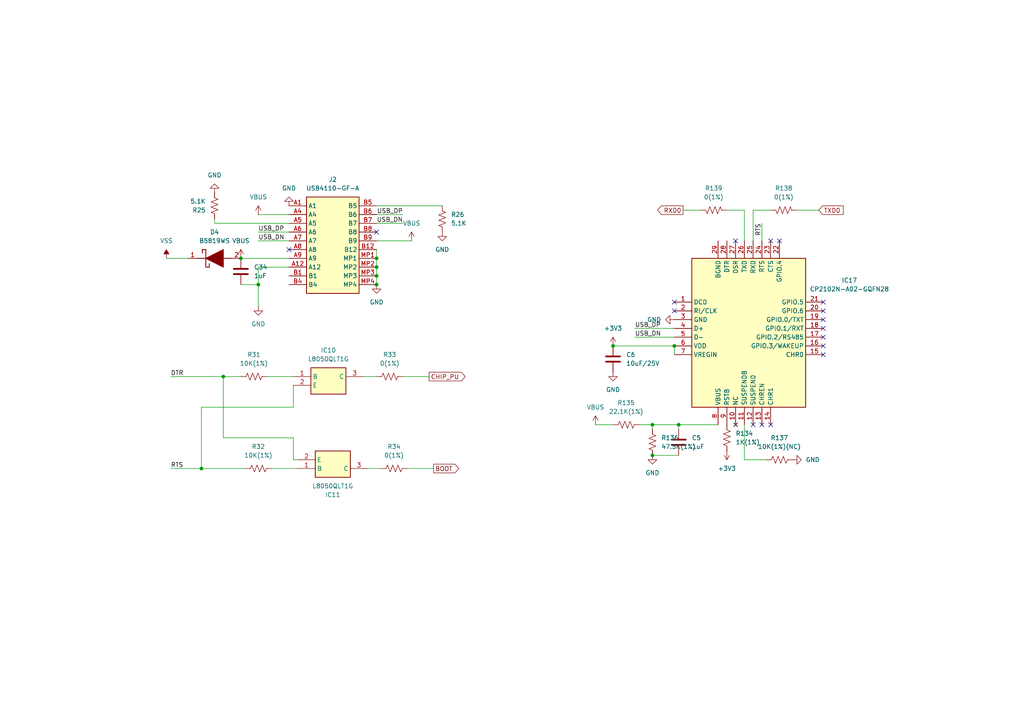
<source format=kicad_sch>
(kicad_sch
	(version 20231120)
	(generator "eeschema")
	(generator_version "8.0")
	(uuid "a18b7cee-8b78-448f-b8a7-49eb5a4b7dd9")
	(paper "A4")
	(lib_symbols
		(symbol "B5819WS:B5819WS"
			(pin_names hide)
			(exclude_from_sim no)
			(in_bom yes)
			(on_board yes)
			(property "Reference" "D"
				(at 12.7 8.89 0)
				(effects
					(font
						(size 1.27 1.27)
					)
					(justify left top)
				)
			)
			(property "Value" "B5819WS"
				(at 12.7 6.35 0)
				(effects
					(font
						(size 1.27 1.27)
					)
					(justify left top)
				)
			)
			(property "Footprint" "SOD2613X100N"
				(at 12.7 -93.65 0)
				(effects
					(font
						(size 1.27 1.27)
					)
					(justify left top)
					(hide yes)
				)
			)
			(property "Datasheet" "https://datasheet.lcsc.com/szlcsc/1903051130_MDD-Jiangsu-Yutai-Elec-B5819WS_C64886.pdf"
				(at 12.7 -193.65 0)
				(effects
					(font
						(size 1.27 1.27)
					)
					(justify left top)
					(hide yes)
				)
			)
			(property "Description" "Schottky Barrier Diodes (SBD) SOD-323 RoHS"
				(at 0 0 0)
				(effects
					(font
						(size 1.27 1.27)
					)
					(hide yes)
				)
			)
			(property "Height" "1"
				(at 12.7 -393.65 0)
				(effects
					(font
						(size 1.27 1.27)
					)
					(justify left top)
					(hide yes)
				)
			)
			(property "Manufacturer_Name" "MDD"
				(at 12.7 -493.65 0)
				(effects
					(font
						(size 1.27 1.27)
					)
					(justify left top)
					(hide yes)
				)
			)
			(property "Manufacturer_Part_Number" "B5819WS"
				(at 12.7 -593.65 0)
				(effects
					(font
						(size 1.27 1.27)
					)
					(justify left top)
					(hide yes)
				)
			)
			(property "Mouser Part Number" ""
				(at 12.7 -693.65 0)
				(effects
					(font
						(size 1.27 1.27)
					)
					(justify left top)
					(hide yes)
				)
			)
			(property "Mouser Price/Stock" ""
				(at 12.7 -793.65 0)
				(effects
					(font
						(size 1.27 1.27)
					)
					(justify left top)
					(hide yes)
				)
			)
			(property "Arrow Part Number" ""
				(at 12.7 -893.65 0)
				(effects
					(font
						(size 1.27 1.27)
					)
					(justify left top)
					(hide yes)
				)
			)
			(property "Arrow Price/Stock" ""
				(at 12.7 -993.65 0)
				(effects
					(font
						(size 1.27 1.27)
					)
					(justify left top)
					(hide yes)
				)
			)
			(symbol "B5819WS_1_1"
				(polyline
					(pts
						(xy 5.08 0) (xy 7.62 0)
					)
					(stroke
						(width 0.254)
						(type default)
					)
					(fill
						(type none)
					)
				)
				(polyline
					(pts
						(xy 6.604 -1.524) (xy 6.604 -2.54)
					)
					(stroke
						(width 0.254)
						(type default)
					)
					(fill
						(type none)
					)
				)
				(polyline
					(pts
						(xy 7.62 -2.54) (xy 6.604 -2.54)
					)
					(stroke
						(width 0.254)
						(type default)
					)
					(fill
						(type none)
					)
				)
				(polyline
					(pts
						(xy 7.62 2.54) (xy 7.62 -2.54)
					)
					(stroke
						(width 0.254)
						(type default)
					)
					(fill
						(type none)
					)
				)
				(polyline
					(pts
						(xy 7.62 2.54) (xy 8.636 2.54)
					)
					(stroke
						(width 0.254)
						(type default)
					)
					(fill
						(type none)
					)
				)
				(polyline
					(pts
						(xy 8.636 1.524) (xy 8.636 2.54)
					)
					(stroke
						(width 0.254)
						(type default)
					)
					(fill
						(type none)
					)
				)
				(polyline
					(pts
						(xy 12.7 0) (xy 15.24 0)
					)
					(stroke
						(width 0.254)
						(type default)
					)
					(fill
						(type none)
					)
				)
				(polyline
					(pts
						(xy 7.62 0) (xy 12.7 2.54) (xy 12.7 -2.54) (xy 7.62 0)
					)
					(stroke
						(width 0.254)
						(type default)
					)
					(fill
						(type outline)
					)
				)
				(pin passive line
					(at 2.54 0 0)
					(length 2.54)
					(name "K"
						(effects
							(font
								(size 1.27 1.27)
							)
						)
					)
					(number "1"
						(effects
							(font
								(size 1.27 1.27)
							)
						)
					)
				)
				(pin passive line
					(at 17.78 0 180)
					(length 2.54)
					(name "A"
						(effects
							(font
								(size 1.27 1.27)
							)
						)
					)
					(number "2"
						(effects
							(font
								(size 1.27 1.27)
							)
						)
					)
				)
			)
		)
		(symbol "CP2102N-A02-GQFN28_1"
			(exclude_from_sim no)
			(in_bom yes)
			(on_board yes)
			(property "Reference" "IC"
				(at 39.37 17.78 0)
				(effects
					(font
						(size 1.27 1.27)
					)
					(justify left top)
				)
			)
			(property "Value" "CP2102N-A02-GQFN28"
				(at 39.37 15.24 0)
				(effects
					(font
						(size 1.27 1.27)
					)
					(justify left top)
				)
			)
			(property "Footprint" "QFN50P500X500X80-29N-D"
				(at 39.37 -84.76 0)
				(effects
					(font
						(size 1.27 1.27)
					)
					(justify left top)
					(hide yes)
				)
			)
			(property "Datasheet" "https://componentsearchengine.com/Datasheets/2/CP2102N-A02-GQFN28.pdf"
				(at 39.37 -184.76 0)
				(effects
					(font
						(size 1.27 1.27)
					)
					(justify left top)
					(hide yes)
				)
			)
			(property "Description" "SILICON LABS - CP2102N-A02-GQFN28 - USB TO UART BRIDGE, -40 TO 85DEG C"
				(at 0 0 0)
				(effects
					(font
						(size 1.27 1.27)
					)
					(hide yes)
				)
			)
			(property "Height" "0.8"
				(at 39.37 -384.76 0)
				(effects
					(font
						(size 1.27 1.27)
					)
					(justify left top)
					(hide yes)
				)
			)
			(property "Manufacturer_Name" "Silicon Labs"
				(at 39.37 -484.76 0)
				(effects
					(font
						(size 1.27 1.27)
					)
					(justify left top)
					(hide yes)
				)
			)
			(property "Manufacturer_Part_Number" "CP2102N-A02-GQFN28"
				(at 39.37 -584.76 0)
				(effects
					(font
						(size 1.27 1.27)
					)
					(justify left top)
					(hide yes)
				)
			)
			(property "Mouser Part Number" "634-CP2102NA02GQFN28"
				(at 39.37 -684.76 0)
				(effects
					(font
						(size 1.27 1.27)
					)
					(justify left top)
					(hide yes)
				)
			)
			(property "Mouser Price/Stock" "https://www.mouser.co.uk/ProductDetail/Silicon-Labs/CP2102N-A02-GQFN28?qs=u16ybLDytRaSBkSkyjYFiA%3D%3D"
				(at 39.37 -784.76 0)
				(effects
					(font
						(size 1.27 1.27)
					)
					(justify left top)
					(hide yes)
				)
			)
			(property "Arrow Part Number" "CP2102N-A02-GQFN28"
				(at 39.37 -884.76 0)
				(effects
					(font
						(size 1.27 1.27)
					)
					(justify left top)
					(hide yes)
				)
			)
			(property "Arrow Price/Stock" "https://www.arrow.com/en/products/cp2102n-a02-gqfn28/silicon-labs?utm_currency=USD&region=europe"
				(at 39.37 -984.76 0)
				(effects
					(font
						(size 1.27 1.27)
					)
					(justify left top)
					(hide yes)
				)
			)
			(symbol "CP2102N-A02-GQFN28_1_1_1"
				(rectangle
					(start 5.08 12.7)
					(end 38.1 -30.48)
					(stroke
						(width 0.254)
						(type default)
					)
					(fill
						(type background)
					)
				)
				(pin input line
					(at 0 0 0)
					(length 5.08)
					(name "DCD"
						(effects
							(font
								(size 1.27 1.27)
							)
						)
					)
					(number "1"
						(effects
							(font
								(size 1.27 1.27)
							)
						)
					)
				)
				(pin no_connect line
					(at 17.78 -35.56 90)
					(length 5.08)
					(name "NC"
						(effects
							(font
								(size 1.27 1.27)
							)
						)
					)
					(number "10"
						(effects
							(font
								(size 1.27 1.27)
							)
						)
					)
				)
				(pin output line
					(at 20.32 -35.56 90)
					(length 5.08)
					(name "SUSPENDB"
						(effects
							(font
								(size 1.27 1.27)
							)
						)
					)
					(number "11"
						(effects
							(font
								(size 1.27 1.27)
							)
						)
					)
				)
				(pin output line
					(at 22.86 -35.56 90)
					(length 5.08)
					(name "SUSPEND"
						(effects
							(font
								(size 1.27 1.27)
							)
						)
					)
					(number "12"
						(effects
							(font
								(size 1.27 1.27)
							)
						)
					)
				)
				(pin output line
					(at 25.4 -35.56 90)
					(length 5.08)
					(name "CHREN"
						(effects
							(font
								(size 1.27 1.27)
							)
						)
					)
					(number "13"
						(effects
							(font
								(size 1.27 1.27)
							)
						)
					)
				)
				(pin output line
					(at 27.94 -35.56 90)
					(length 5.08)
					(name "CHR1"
						(effects
							(font
								(size 1.27 1.27)
							)
						)
					)
					(number "14"
						(effects
							(font
								(size 1.27 1.27)
							)
						)
					)
				)
				(pin output line
					(at 43.18 -15.24 180)
					(length 5.08)
					(name "CHR0"
						(effects
							(font
								(size 1.27 1.27)
							)
						)
					)
					(number "15"
						(effects
							(font
								(size 1.27 1.27)
							)
						)
					)
				)
				(pin bidirectional line
					(at 43.18 -12.7 180)
					(length 5.08)
					(name "GPIO.3/WAKEUP"
						(effects
							(font
								(size 1.27 1.27)
							)
						)
					)
					(number "16"
						(effects
							(font
								(size 1.27 1.27)
							)
						)
					)
				)
				(pin bidirectional line
					(at 43.18 -10.16 180)
					(length 5.08)
					(name "GPIO.2/RS485"
						(effects
							(font
								(size 1.27 1.27)
							)
						)
					)
					(number "17"
						(effects
							(font
								(size 1.27 1.27)
							)
						)
					)
				)
				(pin bidirectional line
					(at 43.18 -7.62 180)
					(length 5.08)
					(name "GPIO.1/RXT"
						(effects
							(font
								(size 1.27 1.27)
							)
						)
					)
					(number "18"
						(effects
							(font
								(size 1.27 1.27)
							)
						)
					)
				)
				(pin bidirectional line
					(at 43.18 -5.08 180)
					(length 5.08)
					(name "GPIO.0/TXT"
						(effects
							(font
								(size 1.27 1.27)
							)
						)
					)
					(number "19"
						(effects
							(font
								(size 1.27 1.27)
							)
						)
					)
				)
				(pin bidirectional line
					(at 0 -2.54 0)
					(length 5.08)
					(name "RI/CLK"
						(effects
							(font
								(size 1.27 1.27)
							)
						)
					)
					(number "2"
						(effects
							(font
								(size 1.27 1.27)
							)
						)
					)
				)
				(pin bidirectional line
					(at 43.18 -2.54 180)
					(length 5.08)
					(name "GPIO.6"
						(effects
							(font
								(size 1.27 1.27)
							)
						)
					)
					(number "20"
						(effects
							(font
								(size 1.27 1.27)
							)
						)
					)
				)
				(pin bidirectional line
					(at 43.18 0 180)
					(length 5.08)
					(name "GPIO.5"
						(effects
							(font
								(size 1.27 1.27)
							)
						)
					)
					(number "21"
						(effects
							(font
								(size 1.27 1.27)
							)
						)
					)
				)
				(pin bidirectional line
					(at 30.48 17.78 270)
					(length 5.08)
					(name "GPIO.4"
						(effects
							(font
								(size 1.27 1.27)
							)
						)
					)
					(number "22"
						(effects
							(font
								(size 1.27 1.27)
							)
						)
					)
				)
				(pin input line
					(at 27.94 17.78 270)
					(length 5.08)
					(name "CTS"
						(effects
							(font
								(size 1.27 1.27)
							)
						)
					)
					(number "23"
						(effects
							(font
								(size 1.27 1.27)
							)
						)
					)
				)
				(pin output line
					(at 25.4 17.78 270)
					(length 5.08)
					(name "RTS"
						(effects
							(font
								(size 1.27 1.27)
							)
						)
					)
					(number "24"
						(effects
							(font
								(size 1.27 1.27)
							)
						)
					)
				)
				(pin input line
					(at 22.86 17.78 270)
					(length 5.08)
					(name "RXD"
						(effects
							(font
								(size 1.27 1.27)
							)
						)
					)
					(number "25"
						(effects
							(font
								(size 1.27 1.27)
							)
						)
					)
				)
				(pin output line
					(at 20.32 17.78 270)
					(length 5.08)
					(name "TXD"
						(effects
							(font
								(size 1.27 1.27)
							)
						)
					)
					(number "26"
						(effects
							(font
								(size 1.27 1.27)
							)
						)
					)
				)
				(pin input line
					(at 17.78 17.78 270)
					(length 5.08)
					(name "DSR"
						(effects
							(font
								(size 1.27 1.27)
							)
						)
					)
					(number "27"
						(effects
							(font
								(size 1.27 1.27)
							)
						)
					)
				)
				(pin output line
					(at 15.24 17.78 270)
					(length 5.08)
					(name "DTR"
						(effects
							(font
								(size 1.27 1.27)
							)
						)
					)
					(number "28"
						(effects
							(font
								(size 1.27 1.27)
							)
						)
					)
				)
				(pin power_in line
					(at 12.7 17.78 270)
					(length 5.08)
					(name "BGND"
						(effects
							(font
								(size 1.27 1.27)
							)
						)
					)
					(number "29"
						(effects
							(font
								(size 1.27 1.27)
							)
						)
					)
				)
				(pin power_in line
					(at 0 -5.08 0)
					(length 5.08)
					(name "GND"
						(effects
							(font
								(size 1.27 1.27)
							)
						)
					)
					(number "3"
						(effects
							(font
								(size 1.27 1.27)
							)
						)
					)
				)
				(pin bidirectional line
					(at 0 -7.62 0)
					(length 5.08)
					(name "D+"
						(effects
							(font
								(size 1.27 1.27)
							)
						)
					)
					(number "4"
						(effects
							(font
								(size 1.27 1.27)
							)
						)
					)
				)
				(pin bidirectional line
					(at 0 -10.16 0)
					(length 5.08)
					(name "D-"
						(effects
							(font
								(size 1.27 1.27)
							)
						)
					)
					(number "5"
						(effects
							(font
								(size 1.27 1.27)
							)
						)
					)
				)
				(pin power_in line
					(at 0 -12.7 0)
					(length 5.08)
					(name "VDD"
						(effects
							(font
								(size 1.27 1.27)
							)
						)
					)
					(number "6"
						(effects
							(font
								(size 1.27 1.27)
							)
						)
					)
				)
				(pin power_in line
					(at 0 -15.24 0)
					(length 5.08)
					(name "VREGIN"
						(effects
							(font
								(size 1.27 1.27)
							)
						)
					)
					(number "7"
						(effects
							(font
								(size 1.27 1.27)
							)
						)
					)
				)
				(pin input line
					(at 12.7 -35.56 90)
					(length 5.08)
					(name "VBUS"
						(effects
							(font
								(size 1.27 1.27)
							)
						)
					)
					(number "8"
						(effects
							(font
								(size 1.27 1.27)
							)
						)
					)
				)
				(pin input line
					(at 15.24 -35.56 90)
					(length 5.08)
					(name "RSTB"
						(effects
							(font
								(size 1.27 1.27)
							)
						)
					)
					(number "9"
						(effects
							(font
								(size 1.27 1.27)
							)
						)
					)
				)
			)
		)
		(symbol "Device:C"
			(pin_numbers hide)
			(pin_names
				(offset 0.254)
			)
			(exclude_from_sim no)
			(in_bom yes)
			(on_board yes)
			(property "Reference" "C"
				(at 0.635 2.54 0)
				(effects
					(font
						(size 1.27 1.27)
					)
					(justify left)
				)
			)
			(property "Value" "C"
				(at 0.635 -2.54 0)
				(effects
					(font
						(size 1.27 1.27)
					)
					(justify left)
				)
			)
			(property "Footprint" ""
				(at 0.9652 -3.81 0)
				(effects
					(font
						(size 1.27 1.27)
					)
					(hide yes)
				)
			)
			(property "Datasheet" "~"
				(at 0 0 0)
				(effects
					(font
						(size 1.27 1.27)
					)
					(hide yes)
				)
			)
			(property "Description" "Unpolarized capacitor"
				(at 0 0 0)
				(effects
					(font
						(size 1.27 1.27)
					)
					(hide yes)
				)
			)
			(property "ki_keywords" "cap capacitor"
				(at 0 0 0)
				(effects
					(font
						(size 1.27 1.27)
					)
					(hide yes)
				)
			)
			(property "ki_fp_filters" "C_*"
				(at 0 0 0)
				(effects
					(font
						(size 1.27 1.27)
					)
					(hide yes)
				)
			)
			(symbol "C_0_1"
				(polyline
					(pts
						(xy -2.032 -0.762) (xy 2.032 -0.762)
					)
					(stroke
						(width 0.508)
						(type default)
					)
					(fill
						(type none)
					)
				)
				(polyline
					(pts
						(xy -2.032 0.762) (xy 2.032 0.762)
					)
					(stroke
						(width 0.508)
						(type default)
					)
					(fill
						(type none)
					)
				)
			)
			(symbol "C_1_1"
				(pin passive line
					(at 0 3.81 270)
					(length 2.794)
					(name "~"
						(effects
							(font
								(size 1.27 1.27)
							)
						)
					)
					(number "1"
						(effects
							(font
								(size 1.27 1.27)
							)
						)
					)
				)
				(pin passive line
					(at 0 -3.81 90)
					(length 2.794)
					(name "~"
						(effects
							(font
								(size 1.27 1.27)
							)
						)
					)
					(number "2"
						(effects
							(font
								(size 1.27 1.27)
							)
						)
					)
				)
			)
		)
		(symbol "Device:R_US"
			(pin_numbers hide)
			(pin_names
				(offset 0)
			)
			(exclude_from_sim no)
			(in_bom yes)
			(on_board yes)
			(property "Reference" "R"
				(at 2.54 0 90)
				(effects
					(font
						(size 1.27 1.27)
					)
				)
			)
			(property "Value" "R_US"
				(at -2.54 0 90)
				(effects
					(font
						(size 1.27 1.27)
					)
				)
			)
			(property "Footprint" ""
				(at 1.016 -0.254 90)
				(effects
					(font
						(size 1.27 1.27)
					)
					(hide yes)
				)
			)
			(property "Datasheet" "~"
				(at 0 0 0)
				(effects
					(font
						(size 1.27 1.27)
					)
					(hide yes)
				)
			)
			(property "Description" "Resistor, US symbol"
				(at 0 0 0)
				(effects
					(font
						(size 1.27 1.27)
					)
					(hide yes)
				)
			)
			(property "ki_keywords" "R res resistor"
				(at 0 0 0)
				(effects
					(font
						(size 1.27 1.27)
					)
					(hide yes)
				)
			)
			(property "ki_fp_filters" "R_*"
				(at 0 0 0)
				(effects
					(font
						(size 1.27 1.27)
					)
					(hide yes)
				)
			)
			(symbol "R_US_0_1"
				(polyline
					(pts
						(xy 0 -2.286) (xy 0 -2.54)
					)
					(stroke
						(width 0)
						(type default)
					)
					(fill
						(type none)
					)
				)
				(polyline
					(pts
						(xy 0 2.286) (xy 0 2.54)
					)
					(stroke
						(width 0)
						(type default)
					)
					(fill
						(type none)
					)
				)
				(polyline
					(pts
						(xy 0 -0.762) (xy 1.016 -1.143) (xy 0 -1.524) (xy -1.016 -1.905) (xy 0 -2.286)
					)
					(stroke
						(width 0)
						(type default)
					)
					(fill
						(type none)
					)
				)
				(polyline
					(pts
						(xy 0 0.762) (xy 1.016 0.381) (xy 0 0) (xy -1.016 -0.381) (xy 0 -0.762)
					)
					(stroke
						(width 0)
						(type default)
					)
					(fill
						(type none)
					)
				)
				(polyline
					(pts
						(xy 0 2.286) (xy 1.016 1.905) (xy 0 1.524) (xy -1.016 1.143) (xy 0 0.762)
					)
					(stroke
						(width 0)
						(type default)
					)
					(fill
						(type none)
					)
				)
			)
			(symbol "R_US_1_1"
				(pin passive line
					(at 0 3.81 270)
					(length 1.27)
					(name "~"
						(effects
							(font
								(size 1.27 1.27)
							)
						)
					)
					(number "1"
						(effects
							(font
								(size 1.27 1.27)
							)
						)
					)
				)
				(pin passive line
					(at 0 -3.81 90)
					(length 1.27)
					(name "~"
						(effects
							(font
								(size 1.27 1.27)
							)
						)
					)
					(number "2"
						(effects
							(font
								(size 1.27 1.27)
							)
						)
					)
				)
			)
		)
		(symbol "L8050QLT1G:L8050QLT1G"
			(exclude_from_sim no)
			(in_bom yes)
			(on_board yes)
			(property "Reference" "IC"
				(at 16.51 7.62 0)
				(effects
					(font
						(size 1.27 1.27)
					)
					(justify left top)
				)
			)
			(property "Value" "L8050QLT1G"
				(at 16.51 5.08 0)
				(effects
					(font
						(size 1.27 1.27)
					)
					(justify left top)
				)
			)
			(property "Footprint" "L8050QLT1G"
				(at 16.51 -94.92 0)
				(effects
					(font
						(size 1.27 1.27)
					)
					(justify left top)
					(hide yes)
				)
			)
			(property "Datasheet" "https://datasheet.datasheetarchive.com/originals/distributors/Datasheets-28/DSA-558356.pdf"
				(at 16.51 -194.92 0)
				(effects
					(font
						(size 1.27 1.27)
					)
					(justify left top)
					(hide yes)
				)
			)
			(property "Description" "Trans GP BJT NPN 25V 0.8A 3-Pin SOT-23 T/R"
				(at 0 0 0)
				(effects
					(font
						(size 1.27 1.27)
					)
					(hide yes)
				)
			)
			(property "Height" "1.11"
				(at 16.51 -394.92 0)
				(effects
					(font
						(size 1.27 1.27)
					)
					(justify left top)
					(hide yes)
				)
			)
			(property "Manufacturer_Name" "LRC"
				(at 16.51 -494.92 0)
				(effects
					(font
						(size 1.27 1.27)
					)
					(justify left top)
					(hide yes)
				)
			)
			(property "Manufacturer_Part_Number" "L8050QLT1G"
				(at 16.51 -594.92 0)
				(effects
					(font
						(size 1.27 1.27)
					)
					(justify left top)
					(hide yes)
				)
			)
			(property "Mouser Part Number" ""
				(at 16.51 -694.92 0)
				(effects
					(font
						(size 1.27 1.27)
					)
					(justify left top)
					(hide yes)
				)
			)
			(property "Mouser Price/Stock" ""
				(at 16.51 -794.92 0)
				(effects
					(font
						(size 1.27 1.27)
					)
					(justify left top)
					(hide yes)
				)
			)
			(property "Arrow Part Number" ""
				(at 16.51 -894.92 0)
				(effects
					(font
						(size 1.27 1.27)
					)
					(justify left top)
					(hide yes)
				)
			)
			(property "Arrow Price/Stock" ""
				(at 16.51 -994.92 0)
				(effects
					(font
						(size 1.27 1.27)
					)
					(justify left top)
					(hide yes)
				)
			)
			(symbol "L8050QLT1G_1_1"
				(rectangle
					(start 5.08 2.54)
					(end 15.24 -5.08)
					(stroke
						(width 0.254)
						(type default)
					)
					(fill
						(type background)
					)
				)
				(pin passive line
					(at 0 0 0)
					(length 5.08)
					(name "B"
						(effects
							(font
								(size 1.27 1.27)
							)
						)
					)
					(number "1"
						(effects
							(font
								(size 1.27 1.27)
							)
						)
					)
				)
				(pin passive line
					(at 0 -2.54 0)
					(length 5.08)
					(name "E"
						(effects
							(font
								(size 1.27 1.27)
							)
						)
					)
					(number "2"
						(effects
							(font
								(size 1.27 1.27)
							)
						)
					)
				)
				(pin passive line
					(at 20.32 0 180)
					(length 5.08)
					(name "C"
						(effects
							(font
								(size 1.27 1.27)
							)
						)
					)
					(number "3"
						(effects
							(font
								(size 1.27 1.27)
							)
						)
					)
				)
			)
		)
		(symbol "R_US_1"
			(pin_numbers hide)
			(pin_names
				(offset 0)
			)
			(exclude_from_sim no)
			(in_bom yes)
			(on_board yes)
			(property "Reference" "R"
				(at 2.54 0 90)
				(effects
					(font
						(size 1.27 1.27)
					)
				)
			)
			(property "Value" "R_US"
				(at -2.54 0 90)
				(effects
					(font
						(size 1.27 1.27)
					)
				)
			)
			(property "Footprint" ""
				(at 1.016 -0.254 90)
				(effects
					(font
						(size 1.27 1.27)
					)
					(hide yes)
				)
			)
			(property "Datasheet" "~"
				(at 0 0 0)
				(effects
					(font
						(size 1.27 1.27)
					)
					(hide yes)
				)
			)
			(property "Description" "Resistor, US symbol"
				(at 0 0 0)
				(effects
					(font
						(size 1.27 1.27)
					)
					(hide yes)
				)
			)
			(property "ki_keywords" "R res resistor"
				(at 0 0 0)
				(effects
					(font
						(size 1.27 1.27)
					)
					(hide yes)
				)
			)
			(property "ki_fp_filters" "R_*"
				(at 0 0 0)
				(effects
					(font
						(size 1.27 1.27)
					)
					(hide yes)
				)
			)
			(symbol "R_US_1_0_1"
				(polyline
					(pts
						(xy 0 -2.286) (xy 0 -2.54)
					)
					(stroke
						(width 0)
						(type default)
					)
					(fill
						(type none)
					)
				)
				(polyline
					(pts
						(xy 0 2.286) (xy 0 2.54)
					)
					(stroke
						(width 0)
						(type default)
					)
					(fill
						(type none)
					)
				)
				(polyline
					(pts
						(xy 0 -0.762) (xy 1.016 -1.143) (xy 0 -1.524) (xy -1.016 -1.905) (xy 0 -2.286)
					)
					(stroke
						(width 0)
						(type default)
					)
					(fill
						(type none)
					)
				)
				(polyline
					(pts
						(xy 0 0.762) (xy 1.016 0.381) (xy 0 0) (xy -1.016 -0.381) (xy 0 -0.762)
					)
					(stroke
						(width 0)
						(type default)
					)
					(fill
						(type none)
					)
				)
				(polyline
					(pts
						(xy 0 2.286) (xy 1.016 1.905) (xy 0 1.524) (xy -1.016 1.143) (xy 0 0.762)
					)
					(stroke
						(width 0)
						(type default)
					)
					(fill
						(type none)
					)
				)
			)
			(symbol "R_US_1_1_1"
				(pin passive line
					(at 0 3.81 270)
					(length 1.27)
					(name "~"
						(effects
							(font
								(size 1.27 1.27)
							)
						)
					)
					(number "1"
						(effects
							(font
								(size 1.27 1.27)
							)
						)
					)
				)
				(pin passive line
					(at 0 -3.81 90)
					(length 1.27)
					(name "~"
						(effects
							(font
								(size 1.27 1.27)
							)
						)
					)
					(number "2"
						(effects
							(font
								(size 1.27 1.27)
							)
						)
					)
				)
			)
		)
		(symbol "USB4110-GF-A:USB4110-GF-A"
			(exclude_from_sim no)
			(in_bom yes)
			(on_board yes)
			(property "Reference" "J"
				(at 21.59 7.62 0)
				(effects
					(font
						(size 1.27 1.27)
					)
					(justify left top)
				)
			)
			(property "Value" "USB4110-GF-A"
				(at 21.59 5.08 0)
				(effects
					(font
						(size 1.27 1.27)
					)
					(justify left top)
				)
			)
			(property "Footprint" "USB4110GFA"
				(at 21.59 -94.92 0)
				(effects
					(font
						(size 1.27 1.27)
					)
					(justify left top)
					(hide yes)
				)
			)
			(property "Datasheet" "https://gct.co/files/drawings/usb4110.pdf"
				(at 21.59 -194.92 0)
				(effects
					(font
						(size 1.27 1.27)
					)
					(justify left top)
					(hide yes)
				)
			)
			(property "Description" "CONN USB 2.0 TYPE-C R/A SMT"
				(at 0 0 0)
				(effects
					(font
						(size 1.27 1.27)
					)
					(hide yes)
				)
			)
			(property "Height" "3.26"
				(at 21.59 -394.92 0)
				(effects
					(font
						(size 1.27 1.27)
					)
					(justify left top)
					(hide yes)
				)
			)
			(property "Manufacturer_Name" "GCT (GLOBAL CONNECTOR TECHNOLOGY)"
				(at 21.59 -494.92 0)
				(effects
					(font
						(size 1.27 1.27)
					)
					(justify left top)
					(hide yes)
				)
			)
			(property "Manufacturer_Part_Number" "USB4110-GF-A"
				(at 21.59 -594.92 0)
				(effects
					(font
						(size 1.27 1.27)
					)
					(justify left top)
					(hide yes)
				)
			)
			(property "Mouser Part Number" "640-USB4110-GF-A"
				(at 21.59 -694.92 0)
				(effects
					(font
						(size 1.27 1.27)
					)
					(justify left top)
					(hide yes)
				)
			)
			(property "Mouser Price/Stock" "https://www.mouser.co.uk/ProductDetail/GCT/USB4110-GF-A?qs=KUoIvG%2F9IlYiZvIXQjyJeA%3D%3D"
				(at 21.59 -794.92 0)
				(effects
					(font
						(size 1.27 1.27)
					)
					(justify left top)
					(hide yes)
				)
			)
			(property "Arrow Part Number" ""
				(at 21.59 -894.92 0)
				(effects
					(font
						(size 1.27 1.27)
					)
					(justify left top)
					(hide yes)
				)
			)
			(property "Arrow Price/Stock" ""
				(at 21.59 -994.92 0)
				(effects
					(font
						(size 1.27 1.27)
					)
					(justify left top)
					(hide yes)
				)
			)
			(symbol "USB4110-GF-A_1_1"
				(rectangle
					(start 5.08 2.54)
					(end 20.32 -25.4)
					(stroke
						(width 0.254)
						(type default)
					)
					(fill
						(type background)
					)
				)
				(pin passive line
					(at 0 0 0)
					(length 5.08)
					(name "A1"
						(effects
							(font
								(size 1.27 1.27)
							)
						)
					)
					(number "A1"
						(effects
							(font
								(size 1.27 1.27)
							)
						)
					)
				)
				(pin passive line
					(at 0 -17.78 0)
					(length 5.08)
					(name "A12"
						(effects
							(font
								(size 1.27 1.27)
							)
						)
					)
					(number "A12"
						(effects
							(font
								(size 1.27 1.27)
							)
						)
					)
				)
				(pin passive line
					(at 0 -2.54 0)
					(length 5.08)
					(name "A4"
						(effects
							(font
								(size 1.27 1.27)
							)
						)
					)
					(number "A4"
						(effects
							(font
								(size 1.27 1.27)
							)
						)
					)
				)
				(pin passive line
					(at 0 -5.08 0)
					(length 5.08)
					(name "A5"
						(effects
							(font
								(size 1.27 1.27)
							)
						)
					)
					(number "A5"
						(effects
							(font
								(size 1.27 1.27)
							)
						)
					)
				)
				(pin passive line
					(at 0 -7.62 0)
					(length 5.08)
					(name "A6"
						(effects
							(font
								(size 1.27 1.27)
							)
						)
					)
					(number "A6"
						(effects
							(font
								(size 1.27 1.27)
							)
						)
					)
				)
				(pin passive line
					(at 0 -10.16 0)
					(length 5.08)
					(name "A7"
						(effects
							(font
								(size 1.27 1.27)
							)
						)
					)
					(number "A7"
						(effects
							(font
								(size 1.27 1.27)
							)
						)
					)
				)
				(pin passive line
					(at 0 -12.7 0)
					(length 5.08)
					(name "A8"
						(effects
							(font
								(size 1.27 1.27)
							)
						)
					)
					(number "A8"
						(effects
							(font
								(size 1.27 1.27)
							)
						)
					)
				)
				(pin passive line
					(at 0 -15.24 0)
					(length 5.08)
					(name "A9"
						(effects
							(font
								(size 1.27 1.27)
							)
						)
					)
					(number "A9"
						(effects
							(font
								(size 1.27 1.27)
							)
						)
					)
				)
				(pin passive line
					(at 0 -20.32 0)
					(length 5.08)
					(name "B1"
						(effects
							(font
								(size 1.27 1.27)
							)
						)
					)
					(number "B1"
						(effects
							(font
								(size 1.27 1.27)
							)
						)
					)
				)
				(pin passive line
					(at 25.4 -12.7 180)
					(length 5.08)
					(name "B12"
						(effects
							(font
								(size 1.27 1.27)
							)
						)
					)
					(number "B12"
						(effects
							(font
								(size 1.27 1.27)
							)
						)
					)
				)
				(pin passive line
					(at 0 -22.86 0)
					(length 5.08)
					(name "B4"
						(effects
							(font
								(size 1.27 1.27)
							)
						)
					)
					(number "B4"
						(effects
							(font
								(size 1.27 1.27)
							)
						)
					)
				)
				(pin passive line
					(at 25.4 0 180)
					(length 5.08)
					(name "B5"
						(effects
							(font
								(size 1.27 1.27)
							)
						)
					)
					(number "B5"
						(effects
							(font
								(size 1.27 1.27)
							)
						)
					)
				)
				(pin passive line
					(at 25.4 -2.54 180)
					(length 5.08)
					(name "B6"
						(effects
							(font
								(size 1.27 1.27)
							)
						)
					)
					(number "B6"
						(effects
							(font
								(size 1.27 1.27)
							)
						)
					)
				)
				(pin passive line
					(at 25.4 -5.08 180)
					(length 5.08)
					(name "B7"
						(effects
							(font
								(size 1.27 1.27)
							)
						)
					)
					(number "B7"
						(effects
							(font
								(size 1.27 1.27)
							)
						)
					)
				)
				(pin passive line
					(at 25.4 -7.62 180)
					(length 5.08)
					(name "B8"
						(effects
							(font
								(size 1.27 1.27)
							)
						)
					)
					(number "B8"
						(effects
							(font
								(size 1.27 1.27)
							)
						)
					)
				)
				(pin passive line
					(at 25.4 -10.16 180)
					(length 5.08)
					(name "B9"
						(effects
							(font
								(size 1.27 1.27)
							)
						)
					)
					(number "B9"
						(effects
							(font
								(size 1.27 1.27)
							)
						)
					)
				)
				(pin passive line
					(at 25.4 -15.24 180)
					(length 5.08)
					(name "MP1"
						(effects
							(font
								(size 1.27 1.27)
							)
						)
					)
					(number "MP1"
						(effects
							(font
								(size 1.27 1.27)
							)
						)
					)
				)
				(pin passive line
					(at 25.4 -17.78 180)
					(length 5.08)
					(name "MP2"
						(effects
							(font
								(size 1.27 1.27)
							)
						)
					)
					(number "MP2"
						(effects
							(font
								(size 1.27 1.27)
							)
						)
					)
				)
				(pin passive line
					(at 25.4 -20.32 180)
					(length 5.08)
					(name "MP3"
						(effects
							(font
								(size 1.27 1.27)
							)
						)
					)
					(number "MP3"
						(effects
							(font
								(size 1.27 1.27)
							)
						)
					)
				)
				(pin passive line
					(at 25.4 -22.86 180)
					(length 5.08)
					(name "MP4"
						(effects
							(font
								(size 1.27 1.27)
							)
						)
					)
					(number "MP4"
						(effects
							(font
								(size 1.27 1.27)
							)
						)
					)
				)
			)
		)
		(symbol "power:+3V3"
			(power)
			(pin_numbers hide)
			(pin_names
				(offset 0) hide)
			(exclude_from_sim no)
			(in_bom yes)
			(on_board yes)
			(property "Reference" "#PWR"
				(at 0 -3.81 0)
				(effects
					(font
						(size 1.27 1.27)
					)
					(hide yes)
				)
			)
			(property "Value" "+3V3"
				(at 0 3.556 0)
				(effects
					(font
						(size 1.27 1.27)
					)
				)
			)
			(property "Footprint" ""
				(at 0 0 0)
				(effects
					(font
						(size 1.27 1.27)
					)
					(hide yes)
				)
			)
			(property "Datasheet" ""
				(at 0 0 0)
				(effects
					(font
						(size 1.27 1.27)
					)
					(hide yes)
				)
			)
			(property "Description" "Power symbol creates a global label with name \"+3V3\""
				(at 0 0 0)
				(effects
					(font
						(size 1.27 1.27)
					)
					(hide yes)
				)
			)
			(property "ki_keywords" "global power"
				(at 0 0 0)
				(effects
					(font
						(size 1.27 1.27)
					)
					(hide yes)
				)
			)
			(symbol "+3V3_0_1"
				(polyline
					(pts
						(xy -0.762 1.27) (xy 0 2.54)
					)
					(stroke
						(width 0)
						(type default)
					)
					(fill
						(type none)
					)
				)
				(polyline
					(pts
						(xy 0 0) (xy 0 2.54)
					)
					(stroke
						(width 0)
						(type default)
					)
					(fill
						(type none)
					)
				)
				(polyline
					(pts
						(xy 0 2.54) (xy 0.762 1.27)
					)
					(stroke
						(width 0)
						(type default)
					)
					(fill
						(type none)
					)
				)
			)
			(symbol "+3V3_1_1"
				(pin power_in line
					(at 0 0 90)
					(length 0)
					(name "~"
						(effects
							(font
								(size 1.27 1.27)
							)
						)
					)
					(number "1"
						(effects
							(font
								(size 1.27 1.27)
							)
						)
					)
				)
			)
		)
		(symbol "power:GND"
			(power)
			(pin_numbers hide)
			(pin_names
				(offset 0) hide)
			(exclude_from_sim no)
			(in_bom yes)
			(on_board yes)
			(property "Reference" "#PWR"
				(at 0 -6.35 0)
				(effects
					(font
						(size 1.27 1.27)
					)
					(hide yes)
				)
			)
			(property "Value" "GND"
				(at 0 -3.81 0)
				(effects
					(font
						(size 1.27 1.27)
					)
				)
			)
			(property "Footprint" ""
				(at 0 0 0)
				(effects
					(font
						(size 1.27 1.27)
					)
					(hide yes)
				)
			)
			(property "Datasheet" ""
				(at 0 0 0)
				(effects
					(font
						(size 1.27 1.27)
					)
					(hide yes)
				)
			)
			(property "Description" "Power symbol creates a global label with name \"GND\" , ground"
				(at 0 0 0)
				(effects
					(font
						(size 1.27 1.27)
					)
					(hide yes)
				)
			)
			(property "ki_keywords" "global power"
				(at 0 0 0)
				(effects
					(font
						(size 1.27 1.27)
					)
					(hide yes)
				)
			)
			(symbol "GND_0_1"
				(polyline
					(pts
						(xy 0 0) (xy 0 -1.27) (xy 1.27 -1.27) (xy 0 -2.54) (xy -1.27 -1.27) (xy 0 -1.27)
					)
					(stroke
						(width 0)
						(type default)
					)
					(fill
						(type none)
					)
				)
			)
			(symbol "GND_1_1"
				(pin power_in line
					(at 0 0 270)
					(length 0)
					(name "~"
						(effects
							(font
								(size 1.27 1.27)
							)
						)
					)
					(number "1"
						(effects
							(font
								(size 1.27 1.27)
							)
						)
					)
				)
			)
		)
		(symbol "power:VBUS"
			(power)
			(pin_numbers hide)
			(pin_names
				(offset 0) hide)
			(exclude_from_sim no)
			(in_bom yes)
			(on_board yes)
			(property "Reference" "#PWR"
				(at 0 -3.81 0)
				(effects
					(font
						(size 1.27 1.27)
					)
					(hide yes)
				)
			)
			(property "Value" "VBUS"
				(at 0 3.556 0)
				(effects
					(font
						(size 1.27 1.27)
					)
				)
			)
			(property "Footprint" ""
				(at 0 0 0)
				(effects
					(font
						(size 1.27 1.27)
					)
					(hide yes)
				)
			)
			(property "Datasheet" ""
				(at 0 0 0)
				(effects
					(font
						(size 1.27 1.27)
					)
					(hide yes)
				)
			)
			(property "Description" "Power symbol creates a global label with name \"VBUS\""
				(at 0 0 0)
				(effects
					(font
						(size 1.27 1.27)
					)
					(hide yes)
				)
			)
			(property "ki_keywords" "global power"
				(at 0 0 0)
				(effects
					(font
						(size 1.27 1.27)
					)
					(hide yes)
				)
			)
			(symbol "VBUS_0_1"
				(polyline
					(pts
						(xy -0.762 1.27) (xy 0 2.54)
					)
					(stroke
						(width 0)
						(type default)
					)
					(fill
						(type none)
					)
				)
				(polyline
					(pts
						(xy 0 0) (xy 0 2.54)
					)
					(stroke
						(width 0)
						(type default)
					)
					(fill
						(type none)
					)
				)
				(polyline
					(pts
						(xy 0 2.54) (xy 0.762 1.27)
					)
					(stroke
						(width 0)
						(type default)
					)
					(fill
						(type none)
					)
				)
			)
			(symbol "VBUS_1_1"
				(pin power_in line
					(at 0 0 90)
					(length 0)
					(name "~"
						(effects
							(font
								(size 1.27 1.27)
							)
						)
					)
					(number "1"
						(effects
							(font
								(size 1.27 1.27)
							)
						)
					)
				)
			)
		)
		(symbol "power:VSS"
			(power)
			(pin_numbers hide)
			(pin_names
				(offset 0) hide)
			(exclude_from_sim no)
			(in_bom yes)
			(on_board yes)
			(property "Reference" "#PWR"
				(at 0 -3.81 0)
				(effects
					(font
						(size 1.27 1.27)
					)
					(hide yes)
				)
			)
			(property "Value" "VSS"
				(at 0 3.556 0)
				(effects
					(font
						(size 1.27 1.27)
					)
				)
			)
			(property "Footprint" ""
				(at 0 0 0)
				(effects
					(font
						(size 1.27 1.27)
					)
					(hide yes)
				)
			)
			(property "Datasheet" ""
				(at 0 0 0)
				(effects
					(font
						(size 1.27 1.27)
					)
					(hide yes)
				)
			)
			(property "Description" "Power symbol creates a global label with name \"VSS\""
				(at 0 0 0)
				(effects
					(font
						(size 1.27 1.27)
					)
					(hide yes)
				)
			)
			(property "ki_keywords" "global power"
				(at 0 0 0)
				(effects
					(font
						(size 1.27 1.27)
					)
					(hide yes)
				)
			)
			(symbol "VSS_0_1"
				(polyline
					(pts
						(xy 0 0) (xy 0 2.54)
					)
					(stroke
						(width 0)
						(type default)
					)
					(fill
						(type none)
					)
				)
				(polyline
					(pts
						(xy 0.762 1.27) (xy -0.762 1.27) (xy 0 2.54) (xy 0.762 1.27)
					)
					(stroke
						(width 0)
						(type default)
					)
					(fill
						(type outline)
					)
				)
			)
			(symbol "VSS_1_1"
				(pin power_in line
					(at 0 0 90)
					(length 0)
					(name "~"
						(effects
							(font
								(size 1.27 1.27)
							)
						)
					)
					(number "1"
						(effects
							(font
								(size 1.27 1.27)
							)
						)
					)
				)
			)
		)
	)
	(junction
		(at 195.58 100.33)
		(diameter 0)
		(color 0 0 0 0)
		(uuid "0618a87a-b29b-4b35-a102-d8dfc8590fec")
	)
	(junction
		(at 69.85 74.93)
		(diameter 0)
		(color 0 0 0 0)
		(uuid "19b6a80b-e026-44e4-8f34-6fcef9b8c472")
	)
	(junction
		(at 109.22 77.47)
		(diameter 0)
		(color 0 0 0 0)
		(uuid "242a165d-e73f-4cc2-8445-d75bb594bf8b")
	)
	(junction
		(at 109.22 82.55)
		(diameter 0)
		(color 0 0 0 0)
		(uuid "27cd73b4-eb57-48f4-ba2c-54725a5af0af")
	)
	(junction
		(at 189.23 132.08)
		(diameter 0)
		(color 0 0 0 0)
		(uuid "3b632e2b-105f-4d28-a396-760d14bf64a6")
	)
	(junction
		(at 109.22 80.01)
		(diameter 0)
		(color 0 0 0 0)
		(uuid "44329f64-670b-4717-a8de-2c080fcec2ad")
	)
	(junction
		(at 189.23 123.19)
		(diameter 0)
		(color 0 0 0 0)
		(uuid "525ea735-19a5-4c26-ac47-3f0cd45653f9")
	)
	(junction
		(at 64.77 109.22)
		(diameter 0)
		(color 0 0 0 0)
		(uuid "5f270842-98d4-479d-b25f-a2081d58d076")
	)
	(junction
		(at 74.93 82.55)
		(diameter 0)
		(color 0 0 0 0)
		(uuid "664260ad-15a3-4120-b978-d52845533d6e")
	)
	(junction
		(at 177.8 100.33)
		(diameter 0)
		(color 0 0 0 0)
		(uuid "6eb263de-f108-44dc-a5ee-83adfed87421")
	)
	(junction
		(at 58.42 135.89)
		(diameter 0)
		(color 0 0 0 0)
		(uuid "76136436-4e2d-45de-b5ae-45b05a687907")
	)
	(junction
		(at 196.85 123.19)
		(diameter 0)
		(color 0 0 0 0)
		(uuid "9e6a5346-22db-44b9-bfde-357e5ee37e95")
	)
	(junction
		(at 109.22 74.93)
		(diameter 0)
		(color 0 0 0 0)
		(uuid "efacc46b-2080-4bf7-b309-19aaef6651f2")
	)
	(no_connect
		(at 223.52 69.85)
		(uuid "150da5a5-7c52-4dd8-8e8c-a4fb4223220a")
	)
	(no_connect
		(at 213.36 69.85)
		(uuid "16837583-6e73-4d2d-9529-3cb371440a1e")
	)
	(no_connect
		(at 220.98 123.19)
		(uuid "18e9df86-3515-4f65-9255-4fa1c73f7597")
	)
	(no_connect
		(at 218.44 123.19)
		(uuid "24585df0-36e1-4a1c-b35a-7c700b2368ba")
	)
	(no_connect
		(at 238.76 87.63)
		(uuid "4e9598a0-5dd2-4a07-a59c-a278c1caec96")
	)
	(no_connect
		(at 195.58 87.63)
		(uuid "59d1cdbc-28f7-4d03-922f-287ac020ab68")
	)
	(no_connect
		(at 238.76 102.87)
		(uuid "67f16490-7130-4970-a531-a15e025dd6b4")
	)
	(no_connect
		(at 83.82 72.39)
		(uuid "6b2aa4f7-c4bf-4493-9301-6063ba59bd31")
	)
	(no_connect
		(at 195.58 90.17)
		(uuid "6ffbcca9-11d9-4938-b9c8-afbce1fe6d01")
	)
	(no_connect
		(at 238.76 97.79)
		(uuid "7307aa72-bbd9-4d8b-b0e1-01d4703a08e9")
	)
	(no_connect
		(at 109.22 67.31)
		(uuid "a0170e88-9fa3-4d77-9b7f-9ae3d9fe55e9")
	)
	(no_connect
		(at 213.36 123.19)
		(uuid "d62f0fe9-3bc6-43f7-9980-7978682131f7")
	)
	(no_connect
		(at 223.52 123.19)
		(uuid "dc3cd1c6-3f67-4e64-b3ea-a8286d5dd1fa")
	)
	(no_connect
		(at 238.76 92.71)
		(uuid "e1370b33-0241-4546-b3e4-fdebf84f9ddc")
	)
	(no_connect
		(at 238.76 100.33)
		(uuid "e26feecf-619f-402d-a3cc-bb39047e47c1")
	)
	(no_connect
		(at 226.06 69.85)
		(uuid "e657f9ed-c631-4b7f-8321-30aec0a3d26a")
	)
	(no_connect
		(at 238.76 95.25)
		(uuid "fb6cafc6-f936-4b81-9b77-a4622addbf36")
	)
	(no_connect
		(at 238.76 90.17)
		(uuid "fb71061c-3cb2-46f1-b5ff-f40ff9f9fd69")
	)
	(wire
		(pts
			(xy 116.84 62.23) (xy 109.22 62.23)
		)
		(stroke
			(width 0)
			(type default)
		)
		(uuid "0042b612-6e7b-45da-b062-d1c2ca425926")
	)
	(wire
		(pts
			(xy 109.22 64.77) (xy 116.84 64.77)
		)
		(stroke
			(width 0)
			(type default)
		)
		(uuid "0753b179-0af0-4627-acc9-1ae95a2fec26")
	)
	(wire
		(pts
			(xy 106.68 135.89) (xy 110.49 135.89)
		)
		(stroke
			(width 0)
			(type default)
		)
		(uuid "0cdd0c8e-f6ff-4892-b065-1f2bc12ad53b")
	)
	(wire
		(pts
			(xy 74.93 62.23) (xy 83.82 62.23)
		)
		(stroke
			(width 0)
			(type default)
		)
		(uuid "0f886e9e-538b-41fb-9a93-d191b09f370f")
	)
	(wire
		(pts
			(xy 109.22 72.39) (xy 109.22 74.93)
		)
		(stroke
			(width 0)
			(type default)
		)
		(uuid "1075099b-3cd8-4133-a413-c45801e824e2")
	)
	(wire
		(pts
			(xy 215.9 133.35) (xy 222.25 133.35)
		)
		(stroke
			(width 0)
			(type default)
		)
		(uuid "14f841b5-b71d-4fee-8de0-e647c8c6d34e")
	)
	(wire
		(pts
			(xy 77.47 109.22) (xy 85.09 109.22)
		)
		(stroke
			(width 0)
			(type default)
		)
		(uuid "15bc8e59-e0fd-4ebf-b23b-310d6a1d3407")
	)
	(wire
		(pts
			(xy 62.23 64.77) (xy 62.23 63.5)
		)
		(stroke
			(width 0)
			(type default)
		)
		(uuid "1e95bcfe-1fbf-4924-9c4a-c8695530f35f")
	)
	(wire
		(pts
			(xy 116.84 109.22) (xy 124.46 109.22)
		)
		(stroke
			(width 0)
			(type default)
		)
		(uuid "23c9bc7b-d81e-4e25-8f34-083b63da2bbe")
	)
	(wire
		(pts
			(xy 85.09 133.35) (xy 86.36 133.35)
		)
		(stroke
			(width 0)
			(type default)
		)
		(uuid "3378a45b-63b6-46c2-ac14-92d08e52d503")
	)
	(wire
		(pts
			(xy 118.11 135.89) (xy 125.73 135.89)
		)
		(stroke
			(width 0)
			(type default)
		)
		(uuid "377e8680-b811-4980-a39e-94a2a208c832")
	)
	(wire
		(pts
			(xy 85.09 111.76) (xy 85.09 118.11)
		)
		(stroke
			(width 0)
			(type default)
		)
		(uuid "37d7ebf0-011e-4890-99b8-f5d0f8bbe677")
	)
	(wire
		(pts
			(xy 58.42 118.11) (xy 58.42 135.89)
		)
		(stroke
			(width 0)
			(type default)
		)
		(uuid "3cfb5dba-5365-49d1-8a3a-32a9a44b7920")
	)
	(wire
		(pts
			(xy 48.26 74.93) (xy 54.61 74.93)
		)
		(stroke
			(width 0)
			(type default)
		)
		(uuid "3d74ecb0-3a60-410e-8e62-5e057197ce48")
	)
	(wire
		(pts
			(xy 218.44 60.96) (xy 218.44 69.85)
		)
		(stroke
			(width 0)
			(type default)
		)
		(uuid "3e760a9b-ec0b-4e6c-b538-761cffe96952")
	)
	(wire
		(pts
			(xy 49.53 135.89) (xy 58.42 135.89)
		)
		(stroke
			(width 0)
			(type default)
		)
		(uuid "4b348f9e-5992-4c1c-b1e7-0450f7edb042")
	)
	(wire
		(pts
			(xy 64.77 109.22) (xy 69.85 109.22)
		)
		(stroke
			(width 0)
			(type default)
		)
		(uuid "4fd06e7c-9515-49a2-9ef5-018a237f0111")
	)
	(wire
		(pts
			(xy 69.85 82.55) (xy 74.93 82.55)
		)
		(stroke
			(width 0)
			(type default)
		)
		(uuid "516e6423-3ec3-4206-8f7f-1552e7bb17d1")
	)
	(wire
		(pts
			(xy 78.74 135.89) (xy 86.36 135.89)
		)
		(stroke
			(width 0)
			(type default)
		)
		(uuid "5c58e3b0-d620-4492-a009-bf7663f3524d")
	)
	(wire
		(pts
			(xy 189.23 123.19) (xy 196.85 123.19)
		)
		(stroke
			(width 0)
			(type default)
		)
		(uuid "6284b99f-c00a-46ec-b257-31600c6a8eee")
	)
	(wire
		(pts
			(xy 109.22 77.47) (xy 109.22 80.01)
		)
		(stroke
			(width 0)
			(type default)
		)
		(uuid "64937476-0335-4b8f-95ae-145903bb67ed")
	)
	(wire
		(pts
			(xy 196.85 123.19) (xy 208.28 123.19)
		)
		(stroke
			(width 0)
			(type default)
		)
		(uuid "69eb6f97-8e27-4038-93dd-bde189282c25")
	)
	(wire
		(pts
			(xy 215.9 60.96) (xy 215.9 69.85)
		)
		(stroke
			(width 0)
			(type default)
		)
		(uuid "726ecdf0-5e7c-4f26-9656-4f6a87ab7fac")
	)
	(wire
		(pts
			(xy 109.22 74.93) (xy 109.22 77.47)
		)
		(stroke
			(width 0)
			(type default)
		)
		(uuid "76015ef2-8064-465a-bcf1-1c62747a470f")
	)
	(wire
		(pts
			(xy 64.77 109.22) (xy 64.77 127)
		)
		(stroke
			(width 0)
			(type default)
		)
		(uuid "7bc66631-c7dd-4b57-b403-9a2d6dfa90a0")
	)
	(wire
		(pts
			(xy 215.9 60.96) (xy 210.82 60.96)
		)
		(stroke
			(width 0)
			(type default)
		)
		(uuid "7e69e18c-16bd-4fec-a228-c29906890f50")
	)
	(wire
		(pts
			(xy 83.82 64.77) (xy 62.23 64.77)
		)
		(stroke
			(width 0)
			(type default)
		)
		(uuid "83071948-e080-4647-838c-d7ec39d85f09")
	)
	(wire
		(pts
			(xy 64.77 127) (xy 85.09 127)
		)
		(stroke
			(width 0)
			(type default)
		)
		(uuid "831670bc-d6ca-4523-8a48-f042fc856cb2")
	)
	(wire
		(pts
			(xy 74.93 67.31) (xy 83.82 67.31)
		)
		(stroke
			(width 0)
			(type default)
		)
		(uuid "83be6ea8-2680-46d2-b051-060bc0a0bd1c")
	)
	(wire
		(pts
			(xy 189.23 123.19) (xy 189.23 124.46)
		)
		(stroke
			(width 0)
			(type default)
		)
		(uuid "8849531f-830f-4d3e-a726-c0c297d0746b")
	)
	(wire
		(pts
			(xy 109.22 69.85) (xy 119.38 69.85)
		)
		(stroke
			(width 0)
			(type default)
		)
		(uuid "8c827d76-8388-45eb-9d6e-98167729bdf6")
	)
	(wire
		(pts
			(xy 85.09 118.11) (xy 58.42 118.11)
		)
		(stroke
			(width 0)
			(type default)
		)
		(uuid "98eedeab-1ff4-4f7c-81c2-6d5f9dbf00e5")
	)
	(wire
		(pts
			(xy 49.53 109.22) (xy 64.77 109.22)
		)
		(stroke
			(width 0)
			(type default)
		)
		(uuid "9ab190e0-dd57-4002-a6fe-edac8f0203c8")
	)
	(wire
		(pts
			(xy 177.8 100.33) (xy 195.58 100.33)
		)
		(stroke
			(width 0)
			(type default)
		)
		(uuid "9f330930-5631-4acb-ad8b-2dcfa5b89ad0")
	)
	(wire
		(pts
			(xy 74.93 88.9) (xy 74.93 82.55)
		)
		(stroke
			(width 0)
			(type default)
		)
		(uuid "ad2ee6ab-389d-482b-8480-3330c1569dc9")
	)
	(wire
		(pts
			(xy 109.22 80.01) (xy 109.22 82.55)
		)
		(stroke
			(width 0)
			(type default)
		)
		(uuid "aedabf02-babc-40c2-9cb2-bc79ea643cf2")
	)
	(wire
		(pts
			(xy 223.52 60.96) (xy 218.44 60.96)
		)
		(stroke
			(width 0)
			(type default)
		)
		(uuid "ba4353ea-05da-4514-bce4-d6628178c710")
	)
	(wire
		(pts
			(xy 109.22 59.69) (xy 128.27 59.69)
		)
		(stroke
			(width 0)
			(type default)
		)
		(uuid "c7370c0a-dbce-41c6-af16-e6ea6597c9c0")
	)
	(wire
		(pts
			(xy 58.42 135.89) (xy 71.12 135.89)
		)
		(stroke
			(width 0)
			(type default)
		)
		(uuid "c8877332-c32e-426b-93d1-cb9a75ff66d8")
	)
	(wire
		(pts
			(xy 172.72 123.19) (xy 177.8 123.19)
		)
		(stroke
			(width 0)
			(type default)
		)
		(uuid "c9a7cdc2-754a-4a1a-a216-535a59dbf45d")
	)
	(wire
		(pts
			(xy 220.98 64.77) (xy 220.98 69.85)
		)
		(stroke
			(width 0)
			(type default)
		)
		(uuid "cd500a04-6a02-4d46-97f1-b7883e590081")
	)
	(wire
		(pts
			(xy 85.09 127) (xy 85.09 133.35)
		)
		(stroke
			(width 0)
			(type default)
		)
		(uuid "cd78af8a-f881-489d-8246-7817e863ce7e")
	)
	(wire
		(pts
			(xy 196.85 123.19) (xy 196.85 124.46)
		)
		(stroke
			(width 0)
			(type default)
		)
		(uuid "cf634b59-bbfa-4ea8-bfdb-d8b476e1908a")
	)
	(wire
		(pts
			(xy 69.85 74.93) (xy 83.82 74.93)
		)
		(stroke
			(width 0)
			(type default)
		)
		(uuid "dcd83aca-05bc-4a72-9e1f-9ac48567a92f")
	)
	(wire
		(pts
			(xy 184.15 97.79) (xy 195.58 97.79)
		)
		(stroke
			(width 0)
			(type default)
		)
		(uuid "def6574a-0ddd-4072-a64d-0cdb73f80fd9")
	)
	(wire
		(pts
			(xy 185.42 123.19) (xy 189.23 123.19)
		)
		(stroke
			(width 0)
			(type default)
		)
		(uuid "e4023b91-de85-4b8b-af4f-6790476224a9")
	)
	(wire
		(pts
			(xy 189.23 132.08) (xy 196.85 132.08)
		)
		(stroke
			(width 0)
			(type default)
		)
		(uuid "e46dc179-06d2-4774-adaf-1236ab94f221")
	)
	(wire
		(pts
			(xy 203.2 60.96) (xy 198.12 60.96)
		)
		(stroke
			(width 0)
			(type default)
		)
		(uuid "ecc1be74-3f78-4280-ae75-494ce4deb85a")
	)
	(wire
		(pts
			(xy 184.15 95.25) (xy 195.58 95.25)
		)
		(stroke
			(width 0)
			(type default)
		)
		(uuid "ef94537d-e9a1-477f-9914-07530f461854")
	)
	(wire
		(pts
			(xy 195.58 100.33) (xy 195.58 102.87)
		)
		(stroke
			(width 0)
			(type default)
		)
		(uuid "f2437468-a2c7-42cd-bc94-00e8718ff71d")
	)
	(wire
		(pts
			(xy 74.93 77.47) (xy 83.82 77.47)
		)
		(stroke
			(width 0)
			(type default)
		)
		(uuid "f41ead5e-dbd6-41a7-bdbe-75f4d8429211")
	)
	(wire
		(pts
			(xy 215.9 123.19) (xy 215.9 133.35)
		)
		(stroke
			(width 0)
			(type default)
		)
		(uuid "f61e389d-f1e5-445d-8e2b-98824226c144")
	)
	(wire
		(pts
			(xy 237.49 60.96) (xy 231.14 60.96)
		)
		(stroke
			(width 0)
			(type default)
		)
		(uuid "f84a0b05-838a-4c3b-822f-accf4d84ad6f")
	)
	(wire
		(pts
			(xy 105.41 109.22) (xy 109.22 109.22)
		)
		(stroke
			(width 0)
			(type default)
		)
		(uuid "fcfc1c89-2c0d-416c-9ff2-e3cf155f39b3")
	)
	(wire
		(pts
			(xy 74.93 69.85) (xy 83.82 69.85)
		)
		(stroke
			(width 0)
			(type default)
		)
		(uuid "fd4d9862-0789-4fd0-aea8-d5fb5bf3d609")
	)
	(wire
		(pts
			(xy 74.93 82.55) (xy 74.93 77.47)
		)
		(stroke
			(width 0)
			(type default)
		)
		(uuid "fe428244-10cd-42e8-a9b0-0c579d222565")
	)
	(label "RTS"
		(at 49.53 135.89 0)
		(fields_autoplaced yes)
		(effects
			(font
				(size 1.27 1.27)
			)
			(justify left bottom)
		)
		(uuid "05ae177d-f6ce-4013-afb9-b46be83d2c53")
	)
	(label "DTR"
		(at 49.53 109.22 0)
		(fields_autoplaced yes)
		(effects
			(font
				(size 1.27 1.27)
			)
			(justify left bottom)
		)
		(uuid "2ee36a7d-50de-4a3c-9289-60e3ff4a9fbd")
	)
	(label "USB_DP"
		(at 184.15 95.25 0)
		(fields_autoplaced yes)
		(effects
			(font
				(size 1.27 1.27)
			)
			(justify left bottom)
		)
		(uuid "38715442-b844-4c03-b219-860b946d95c9")
	)
	(label "RTS"
		(at 220.98 64.77 270)
		(fields_autoplaced yes)
		(effects
			(font
				(size 1.27 1.27)
			)
			(justify right bottom)
		)
		(uuid "3eaaa50e-35c1-4712-9622-6feb1897945b")
	)
	(label "USB_DN"
		(at 184.15 97.79 0)
		(fields_autoplaced yes)
		(effects
			(font
				(size 1.27 1.27)
			)
			(justify left bottom)
		)
		(uuid "42a83cd3-42e8-410b-9542-8214b2e0e958")
	)
	(label "USB_DP"
		(at 116.84 62.23 180)
		(fields_autoplaced yes)
		(effects
			(font
				(size 1.27 1.27)
			)
			(justify right bottom)
		)
		(uuid "65fb3a56-2360-41ac-88f4-dff684ce4b5a")
	)
	(label "USB_DN"
		(at 74.93 69.85 0)
		(fields_autoplaced yes)
		(effects
			(font
				(size 1.27 1.27)
			)
			(justify left bottom)
		)
		(uuid "6c6081d3-e7a6-4d2a-ba62-71cc8556b189")
	)
	(label "USB_DN"
		(at 116.84 64.77 180)
		(fields_autoplaced yes)
		(effects
			(font
				(size 1.27 1.27)
			)
			(justify right bottom)
		)
		(uuid "bfe3f571-9096-4f8f-a874-8679672c3f37")
	)
	(label "USB_DP"
		(at 74.93 67.31 0)
		(fields_autoplaced yes)
		(effects
			(font
				(size 1.27 1.27)
			)
			(justify left bottom)
		)
		(uuid "c5cd80cd-82cc-4323-b113-06c58c663112")
	)
	(global_label "CHIP_PU"
		(shape output)
		(at 124.46 109.22 0)
		(fields_autoplaced yes)
		(effects
			(font
				(size 1.27 1.27)
			)
			(justify left)
		)
		(uuid "2e5fed10-8f77-434c-b697-e454baebed07")
		(property "Intersheetrefs" "${INTERSHEET_REFS}"
			(at 135.4886 109.22 0)
			(effects
				(font
					(size 1.27 1.27)
				)
				(justify left)
				(hide yes)
			)
		)
	)
	(global_label "BOOT"
		(shape output)
		(at 125.73 135.89 0)
		(fields_autoplaced yes)
		(effects
			(font
				(size 1.27 1.27)
			)
			(justify left)
		)
		(uuid "46ff51bb-8a21-4693-be9f-d8cb1e40e020")
		(property "Intersheetrefs" "${INTERSHEET_REFS}"
			(at 133.6138 135.89 0)
			(effects
				(font
					(size 1.27 1.27)
				)
				(justify left)
				(hide yes)
			)
		)
	)
	(global_label "RXD0"
		(shape output)
		(at 198.12 60.96 180)
		(fields_autoplaced yes)
		(effects
			(font
				(size 1.27 1.27)
			)
			(justify right)
		)
		(uuid "83784bad-c67b-438f-80c7-5726268ab0ce")
		(property "Intersheetrefs" "${INTERSHEET_REFS}"
			(at 190.1758 60.96 0)
			(effects
				(font
					(size 1.27 1.27)
				)
				(justify right)
				(hide yes)
			)
		)
	)
	(global_label "TXD0"
		(shape input)
		(at 237.49 60.96 0)
		(fields_autoplaced yes)
		(effects
			(font
				(size 1.27 1.27)
			)
			(justify left)
		)
		(uuid "8aa595ce-c5f7-43f4-874a-e616d912f7a1")
		(property "Intersheetrefs" "${INTERSHEET_REFS}"
			(at 245.1318 60.96 0)
			(effects
				(font
					(size 1.27 1.27)
				)
				(justify left)
				(hide yes)
			)
		)
	)
	(symbol
		(lib_id "power:VBUS")
		(at 172.72 123.19 0)
		(unit 1)
		(exclude_from_sim no)
		(in_bom yes)
		(on_board yes)
		(dnp no)
		(fields_autoplaced yes)
		(uuid "02eb953a-57f9-4d45-9c54-1bcf859078d6")
		(property "Reference" "#PWR08"
			(at 172.72 127 0)
			(effects
				(font
					(size 1.27 1.27)
				)
				(hide yes)
			)
		)
		(property "Value" "VBUS"
			(at 172.72 118.11 0)
			(effects
				(font
					(size 1.27 1.27)
				)
			)
		)
		(property "Footprint" ""
			(at 172.72 123.19 0)
			(effects
				(font
					(size 1.27 1.27)
				)
				(hide yes)
			)
		)
		(property "Datasheet" ""
			(at 172.72 123.19 0)
			(effects
				(font
					(size 1.27 1.27)
				)
				(hide yes)
			)
		)
		(property "Description" "Power symbol creates a global label with name \"VBUS\""
			(at 172.72 123.19 0)
			(effects
				(font
					(size 1.27 1.27)
				)
				(hide yes)
			)
		)
		(pin "1"
			(uuid "85c7d5a4-059e-4cac-bce5-f6a86693e2b1")
		)
		(instances
			(project "sdr"
				(path "/e4d3289e-0ccf-4dc8-988c-0c08b099df28/87a97b29-9a25-46be-886e-f9ed33891ad7"
					(reference "#PWR08")
					(unit 1)
				)
			)
		)
	)
	(symbol
		(lib_id "power:VBUS")
		(at 74.93 62.23 0)
		(unit 1)
		(exclude_from_sim no)
		(in_bom yes)
		(on_board yes)
		(dnp no)
		(fields_autoplaced yes)
		(uuid "03c2c178-961a-4cbb-9f64-56b816c9aebe")
		(property "Reference" "#PWR055"
			(at 74.93 66.04 0)
			(effects
				(font
					(size 1.27 1.27)
				)
				(hide yes)
			)
		)
		(property "Value" "VBUS"
			(at 74.93 57.15 0)
			(effects
				(font
					(size 1.27 1.27)
				)
			)
		)
		(property "Footprint" ""
			(at 74.93 62.23 0)
			(effects
				(font
					(size 1.27 1.27)
				)
				(hide yes)
			)
		)
		(property "Datasheet" ""
			(at 74.93 62.23 0)
			(effects
				(font
					(size 1.27 1.27)
				)
				(hide yes)
			)
		)
		(property "Description" "Power symbol creates a global label with name \"VBUS\""
			(at 74.93 62.23 0)
			(effects
				(font
					(size 1.27 1.27)
				)
				(hide yes)
			)
		)
		(pin "1"
			(uuid "5ac9c90a-0d29-4c20-b093-4514382e0ab3")
		)
		(instances
			(project ""
				(path "/e4d3289e-0ccf-4dc8-988c-0c08b099df28/87a97b29-9a25-46be-886e-f9ed33891ad7"
					(reference "#PWR055")
					(unit 1)
				)
			)
		)
	)
	(symbol
		(lib_id "power:GND")
		(at 128.27 67.31 0)
		(unit 1)
		(exclude_from_sim no)
		(in_bom yes)
		(on_board yes)
		(dnp no)
		(fields_autoplaced yes)
		(uuid "0ffb14d0-a535-48e4-b78e-1ead1049fb77")
		(property "Reference" "#PWR059"
			(at 128.27 73.66 0)
			(effects
				(font
					(size 1.27 1.27)
				)
				(hide yes)
			)
		)
		(property "Value" "GND"
			(at 128.27 72.39 0)
			(effects
				(font
					(size 1.27 1.27)
				)
			)
		)
		(property "Footprint" ""
			(at 128.27 67.31 0)
			(effects
				(font
					(size 1.27 1.27)
				)
				(hide yes)
			)
		)
		(property "Datasheet" ""
			(at 128.27 67.31 0)
			(effects
				(font
					(size 1.27 1.27)
				)
				(hide yes)
			)
		)
		(property "Description" "Power symbol creates a global label with name \"GND\" , ground"
			(at 128.27 67.31 0)
			(effects
				(font
					(size 1.27 1.27)
				)
				(hide yes)
			)
		)
		(pin "1"
			(uuid "aade7bd1-ad70-45bc-a356-77f6aac7d4ec")
		)
		(instances
			(project "sdr"
				(path "/e4d3289e-0ccf-4dc8-988c-0c08b099df28/87a97b29-9a25-46be-886e-f9ed33891ad7"
					(reference "#PWR059")
					(unit 1)
				)
			)
		)
	)
	(symbol
		(lib_id "Device:C")
		(at 177.8 104.14 0)
		(unit 1)
		(exclude_from_sim no)
		(in_bom yes)
		(on_board yes)
		(dnp no)
		(fields_autoplaced yes)
		(uuid "179278fe-7795-4279-bf37-85f6b4f033c9")
		(property "Reference" "C6"
			(at 181.61 102.8699 0)
			(effects
				(font
					(size 1.27 1.27)
				)
				(justify left)
			)
		)
		(property "Value" "10uF/25V"
			(at 181.61 105.4099 0)
			(effects
				(font
					(size 1.27 1.27)
				)
				(justify left)
			)
		)
		(property "Footprint" "Capacitor_SMD:C_0603_1608Metric"
			(at 178.7652 107.95 0)
			(effects
				(font
					(size 1.27 1.27)
				)
				(hide yes)
			)
		)
		(property "Datasheet" "~"
			(at 177.8 104.14 0)
			(effects
				(font
					(size 1.27 1.27)
				)
				(hide yes)
			)
		)
		(property "Description" "Unpolarized capacitor"
			(at 177.8 104.14 0)
			(effects
				(font
					(size 1.27 1.27)
				)
				(hide yes)
			)
		)
		(pin "2"
			(uuid "636ffd8b-4be0-4cea-ba1e-85694e7dfcf9")
		)
		(pin "1"
			(uuid "46c225c9-dc75-42fb-943b-4ffc25d32db9")
		)
		(instances
			(project ""
				(path "/e4d3289e-0ccf-4dc8-988c-0c08b099df28/87a97b29-9a25-46be-886e-f9ed33891ad7"
					(reference "C6")
					(unit 1)
				)
			)
		)
	)
	(symbol
		(lib_id "Device:R_US")
		(at 181.61 123.19 90)
		(unit 1)
		(exclude_from_sim no)
		(in_bom yes)
		(on_board yes)
		(dnp no)
		(fields_autoplaced yes)
		(uuid "201bd014-a398-49be-8a80-5e44ec76c98b")
		(property "Reference" "R135"
			(at 181.61 116.84 90)
			(effects
				(font
					(size 1.27 1.27)
				)
			)
		)
		(property "Value" "22.1K(1%)"
			(at 181.61 119.38 90)
			(effects
				(font
					(size 1.27 1.27)
				)
			)
		)
		(property "Footprint" "Resistor_SMD:R_0603_1608Metric"
			(at 181.864 122.174 90)
			(effects
				(font
					(size 1.27 1.27)
				)
				(hide yes)
			)
		)
		(property "Datasheet" "~"
			(at 181.61 123.19 0)
			(effects
				(font
					(size 1.27 1.27)
				)
				(hide yes)
			)
		)
		(property "Description" "Resistor, US symbol"
			(at 181.61 123.19 0)
			(effects
				(font
					(size 1.27 1.27)
				)
				(hide yes)
			)
		)
		(pin "1"
			(uuid "7aca64a2-876c-4d52-8758-55c8724793bc")
		)
		(pin "2"
			(uuid "3f98f292-0c23-415d-bcff-cf086944a4dc")
		)
		(instances
			(project "sdr"
				(path "/e4d3289e-0ccf-4dc8-988c-0c08b099df28/87a97b29-9a25-46be-886e-f9ed33891ad7"
					(reference "R135")
					(unit 1)
				)
			)
		)
	)
	(symbol
		(lib_name "CP2102N-A02-GQFN28_1")
		(lib_id "CP2102N-A02-GQFN28:CP2102N-A02-GQFN28")
		(at 195.58 87.63 0)
		(unit 1)
		(exclude_from_sim no)
		(in_bom yes)
		(on_board yes)
		(dnp no)
		(fields_autoplaced yes)
		(uuid "23538a6b-0bbc-4fc5-83f3-e5f3084dda94")
		(property "Reference" "IC17"
			(at 246.38 81.3114 0)
			(effects
				(font
					(size 1.27 1.27)
				)
			)
		)
		(property "Value" "CP2102N-A02-GQFN28"
			(at 246.38 83.8514 0)
			(effects
				(font
					(size 1.27 1.27)
				)
			)
		)
		(property "Footprint" "QFN50P500X500X80-29N-D"
			(at 234.95 172.39 0)
			(effects
				(font
					(size 1.27 1.27)
				)
				(justify left top)
				(hide yes)
			)
		)
		(property "Datasheet" "https://componentsearchengine.com/Datasheets/2/CP2102N-A02-GQFN28.pdf"
			(at 234.95 272.39 0)
			(effects
				(font
					(size 1.27 1.27)
				)
				(justify left top)
				(hide yes)
			)
		)
		(property "Description" "SILICON LABS - CP2102N-A02-GQFN28 - USB TO UART BRIDGE, -40 TO 85DEG C"
			(at 195.58 87.63 0)
			(effects
				(font
					(size 1.27 1.27)
				)
				(hide yes)
			)
		)
		(property "Height" "0.8"
			(at 234.95 472.39 0)
			(effects
				(font
					(size 1.27 1.27)
				)
				(justify left top)
				(hide yes)
			)
		)
		(property "Manufacturer_Name" "Silicon Labs"
			(at 234.95 572.39 0)
			(effects
				(font
					(size 1.27 1.27)
				)
				(justify left top)
				(hide yes)
			)
		)
		(property "Manufacturer_Part_Number" "CP2102N-A02-GQFN28"
			(at 234.95 672.39 0)
			(effects
				(font
					(size 1.27 1.27)
				)
				(justify left top)
				(hide yes)
			)
		)
		(property "Mouser Part Number" "634-CP2102NA02GQFN28"
			(at 234.95 772.39 0)
			(effects
				(font
					(size 1.27 1.27)
				)
				(justify left top)
				(hide yes)
			)
		)
		(property "Mouser Price/Stock" "https://www.mouser.co.uk/ProductDetail/Silicon-Labs/CP2102N-A02-GQFN28?qs=u16ybLDytRaSBkSkyjYFiA%3D%3D"
			(at 234.95 872.39 0)
			(effects
				(font
					(size 1.27 1.27)
				)
				(justify left top)
				(hide yes)
			)
		)
		(property "Arrow Part Number" "CP2102N-A02-GQFN28"
			(at 234.95 972.39 0)
			(effects
				(font
					(size 1.27 1.27)
				)
				(justify left top)
				(hide yes)
			)
		)
		(property "Arrow Price/Stock" "https://www.arrow.com/en/products/cp2102n-a02-gqfn28/silicon-labs?utm_currency=USD&region=europe"
			(at 234.95 1072.39 0)
			(effects
				(font
					(size 1.27 1.27)
				)
				(justify left top)
				(hide yes)
			)
		)
		(pin "18"
			(uuid "666d1b67-d89b-4f50-a4fd-4e8f7ffc2ca7")
		)
		(pin "14"
			(uuid "70c8a719-cb5c-498c-8b95-669f68ea9497")
		)
		(pin "3"
			(uuid "bfdddcff-2653-429a-8c99-9182271381f4")
		)
		(pin "21"
			(uuid "fde424c2-3046-43e9-b15e-923acd34b5cf")
		)
		(pin "7"
			(uuid "ede5d2b9-f7fb-41f9-8cd3-8381fa60ca97")
		)
		(pin "25"
			(uuid "3cf9f4e2-2972-4321-935a-7b62fa53fc6c")
		)
		(pin "8"
			(uuid "de588c21-e33b-4297-b7b1-25721cb0b198")
		)
		(pin "19"
			(uuid "05c4333b-58e8-4dcb-9524-e720e4013c04")
		)
		(pin "16"
			(uuid "31607d84-dd4f-4c59-b8d0-3afd1688cdc8")
		)
		(pin "26"
			(uuid "1ee957ac-c25c-4bf0-a451-3074cacf5fc6")
		)
		(pin "28"
			(uuid "312d9e4e-5ba9-40e9-b8f8-513e6485785f")
		)
		(pin "11"
			(uuid "b9ad9357-dc24-4112-9b46-eb91da31bc90")
		)
		(pin "15"
			(uuid "420dadb2-b84d-4a99-a5e5-c5d24214a1f4")
		)
		(pin "5"
			(uuid "b5b7614c-ea9f-4894-8ac8-140ab2a7a3ee")
		)
		(pin "12"
			(uuid "f8c768fd-5033-41d3-83d1-d584b8ea5ffd")
		)
		(pin "20"
			(uuid "d158e570-a478-4bdd-bc54-86f7e81df194")
		)
		(pin "29"
			(uuid "7676e82b-a696-4eb8-bcf0-292c6970e276")
		)
		(pin "1"
			(uuid "da1a9f5c-473b-4862-b8db-49848e9c0b69")
		)
		(pin "2"
			(uuid "b5dc2e99-98cc-4d18-bf77-119378dda138")
		)
		(pin "6"
			(uuid "756fcbb3-3467-43e3-87a3-7e8d3c02d02d")
		)
		(pin "24"
			(uuid "47aec52c-0998-4d49-93c7-337bc2a58f3e")
		)
		(pin "13"
			(uuid "d6b6b2c0-ef8e-4f90-a1e1-9fe8e4f3eea3")
		)
		(pin "27"
			(uuid "8ece3fb8-0757-499f-9d69-3ddc9fef9429")
		)
		(pin "9"
			(uuid "4ce75dde-caed-46d7-8db3-30130afda183")
		)
		(pin "10"
			(uuid "9de248bf-7976-4d88-b63b-168b0d7ff58a")
		)
		(pin "17"
			(uuid "3fd9741c-d9e5-4e6e-8835-b839d11f91d3")
		)
		(pin "22"
			(uuid "b076b1f8-3bc4-4398-af0d-1fa86727a66f")
		)
		(pin "23"
			(uuid "0299a20f-645c-4837-a5ff-a4ededcaa8b7")
		)
		(pin "4"
			(uuid "8f10acb2-751e-4cd9-8c1e-5473e3f8c3dc")
		)
		(instances
			(project ""
				(path "/e4d3289e-0ccf-4dc8-988c-0c08b099df28/87a97b29-9a25-46be-886e-f9ed33891ad7"
					(reference "IC17")
					(unit 1)
				)
			)
		)
	)
	(symbol
		(lib_id "L8050QLT1G:L8050QLT1G")
		(at 85.09 109.22 0)
		(unit 1)
		(exclude_from_sim no)
		(in_bom yes)
		(on_board yes)
		(dnp no)
		(fields_autoplaced yes)
		(uuid "35b6ab58-6a2d-4cc0-a172-7ae64d2a4d30")
		(property "Reference" "IC10"
			(at 95.25 101.6 0)
			(effects
				(font
					(size 1.27 1.27)
				)
			)
		)
		(property "Value" "L8050QLT1G"
			(at 95.25 104.14 0)
			(effects
				(font
					(size 1.27 1.27)
				)
			)
		)
		(property "Footprint" "L8050QLT1G"
			(at 101.6 204.14 0)
			(effects
				(font
					(size 1.27 1.27)
				)
				(justify left top)
				(hide yes)
			)
		)
		(property "Datasheet" "https://datasheet.datasheetarchive.com/originals/distributors/Datasheets-28/DSA-558356.pdf"
			(at 101.6 304.14 0)
			(effects
				(font
					(size 1.27 1.27)
				)
				(justify left top)
				(hide yes)
			)
		)
		(property "Description" "Trans GP BJT NPN 25V 0.8A 3-Pin SOT-23 T/R"
			(at 85.09 109.22 0)
			(effects
				(font
					(size 1.27 1.27)
				)
				(hide yes)
			)
		)
		(property "Height" "1.11"
			(at 101.6 504.14 0)
			(effects
				(font
					(size 1.27 1.27)
				)
				(justify left top)
				(hide yes)
			)
		)
		(property "Manufacturer_Name" "LRC"
			(at 101.6 604.14 0)
			(effects
				(font
					(size 1.27 1.27)
				)
				(justify left top)
				(hide yes)
			)
		)
		(property "Manufacturer_Part_Number" "L8050QLT1G"
			(at 101.6 704.14 0)
			(effects
				(font
					(size 1.27 1.27)
				)
				(justify left top)
				(hide yes)
			)
		)
		(property "Mouser Part Number" ""
			(at 101.6 804.14 0)
			(effects
				(font
					(size 1.27 1.27)
				)
				(justify left top)
				(hide yes)
			)
		)
		(property "Mouser Price/Stock" ""
			(at 101.6 904.14 0)
			(effects
				(font
					(size 1.27 1.27)
				)
				(justify left top)
				(hide yes)
			)
		)
		(property "Arrow Part Number" ""
			(at 101.6 1004.14 0)
			(effects
				(font
					(size 1.27 1.27)
				)
				(justify left top)
				(hide yes)
			)
		)
		(property "Arrow Price/Stock" ""
			(at 101.6 1104.14 0)
			(effects
				(font
					(size 1.27 1.27)
				)
				(justify left top)
				(hide yes)
			)
		)
		(pin "3"
			(uuid "d3d0c65e-0e3e-4a2d-9835-6e409177ae2e")
		)
		(pin "1"
			(uuid "ff20f37b-24a3-4ea8-ac62-39929090a08b")
		)
		(pin "2"
			(uuid "2d8e616b-c31b-4c3f-a21a-8be0cd332a56")
		)
		(instances
			(project ""
				(path "/e4d3289e-0ccf-4dc8-988c-0c08b099df28/87a97b29-9a25-46be-886e-f9ed33891ad7"
					(reference "IC10")
					(unit 1)
				)
			)
		)
	)
	(symbol
		(lib_name "R_US_1")
		(lib_id "Device:R_US")
		(at 114.3 135.89 90)
		(unit 1)
		(exclude_from_sim no)
		(in_bom yes)
		(on_board yes)
		(dnp no)
		(fields_autoplaced yes)
		(uuid "38fa465c-f729-44c0-8917-5b8159860360")
		(property "Reference" "R34"
			(at 114.3 129.54 90)
			(effects
				(font
					(size 1.27 1.27)
				)
			)
		)
		(property "Value" "0(1%)"
			(at 114.3 132.08 90)
			(effects
				(font
					(size 1.27 1.27)
				)
			)
		)
		(property "Footprint" "Resistor_SMD:R_0603_1608Metric"
			(at 114.554 134.874 90)
			(effects
				(font
					(size 1.27 1.27)
				)
				(hide yes)
			)
		)
		(property "Datasheet" "~"
			(at 114.3 135.89 0)
			(effects
				(font
					(size 1.27 1.27)
				)
				(hide yes)
			)
		)
		(property "Description" "Resistor, US symbol"
			(at 114.3 135.89 0)
			(effects
				(font
					(size 1.27 1.27)
				)
				(hide yes)
			)
		)
		(pin "2"
			(uuid "f0779981-5a3f-4ae6-b481-776aeff270dc")
		)
		(pin "1"
			(uuid "108b8c27-5d07-402c-b473-c17d54af2664")
		)
		(instances
			(project "sdr"
				(path "/e4d3289e-0ccf-4dc8-988c-0c08b099df28/87a97b29-9a25-46be-886e-f9ed33891ad7"
					(reference "R34")
					(unit 1)
				)
			)
		)
	)
	(symbol
		(lib_id "power:GND")
		(at 74.93 88.9 0)
		(unit 1)
		(exclude_from_sim no)
		(in_bom yes)
		(on_board yes)
		(dnp no)
		(fields_autoplaced yes)
		(uuid "3a305941-bf8a-4895-920b-c86b2055fa2b")
		(property "Reference" "#PWR056"
			(at 74.93 95.25 0)
			(effects
				(font
					(size 1.27 1.27)
				)
				(hide yes)
			)
		)
		(property "Value" "GND"
			(at 74.93 93.98 0)
			(effects
				(font
					(size 1.27 1.27)
				)
			)
		)
		(property "Footprint" ""
			(at 74.93 88.9 0)
			(effects
				(font
					(size 1.27 1.27)
				)
				(hide yes)
			)
		)
		(property "Datasheet" ""
			(at 74.93 88.9 0)
			(effects
				(font
					(size 1.27 1.27)
				)
				(hide yes)
			)
		)
		(property "Description" "Power symbol creates a global label with name \"GND\" , ground"
			(at 74.93 88.9 0)
			(effects
				(font
					(size 1.27 1.27)
				)
				(hide yes)
			)
		)
		(pin "1"
			(uuid "759fbd79-b646-4c9e-ae80-cf091f403d5b")
		)
		(instances
			(project ""
				(path "/e4d3289e-0ccf-4dc8-988c-0c08b099df28/87a97b29-9a25-46be-886e-f9ed33891ad7"
					(reference "#PWR056")
					(unit 1)
				)
			)
		)
	)
	(symbol
		(lib_id "Device:R_US")
		(at 128.27 63.5 0)
		(unit 1)
		(exclude_from_sim no)
		(in_bom yes)
		(on_board yes)
		(dnp no)
		(fields_autoplaced yes)
		(uuid "3ac96371-519e-4706-830a-a6125b52eb0a")
		(property "Reference" "R26"
			(at 130.81 62.2299 0)
			(effects
				(font
					(size 1.27 1.27)
				)
				(justify left)
			)
		)
		(property "Value" "5.1K"
			(at 130.81 64.7699 0)
			(effects
				(font
					(size 1.27 1.27)
				)
				(justify left)
			)
		)
		(property "Footprint" "Resistor_SMD:R_0603_1608Metric"
			(at 129.286 63.754 90)
			(effects
				(font
					(size 1.27 1.27)
				)
				(hide yes)
			)
		)
		(property "Datasheet" "~"
			(at 128.27 63.5 0)
			(effects
				(font
					(size 1.27 1.27)
				)
				(hide yes)
			)
		)
		(property "Description" "Resistor, US symbol"
			(at 128.27 63.5 0)
			(effects
				(font
					(size 1.27 1.27)
				)
				(hide yes)
			)
		)
		(pin "1"
			(uuid "d35312e0-71f5-401e-8a6d-e978b2ca355c")
		)
		(pin "2"
			(uuid "af89a562-7888-4fc6-8a77-5a464f73d843")
		)
		(instances
			(project "sdr"
				(path "/e4d3289e-0ccf-4dc8-988c-0c08b099df28/87a97b29-9a25-46be-886e-f9ed33891ad7"
					(reference "R26")
					(unit 1)
				)
			)
		)
	)
	(symbol
		(lib_id "Device:C")
		(at 196.85 128.27 0)
		(unit 1)
		(exclude_from_sim no)
		(in_bom yes)
		(on_board yes)
		(dnp no)
		(fields_autoplaced yes)
		(uuid "5159947b-021a-4a57-a9d7-50bd87098ccb")
		(property "Reference" "C5"
			(at 200.66 126.9999 0)
			(effects
				(font
					(size 1.27 1.27)
				)
				(justify left)
			)
		)
		(property "Value" "1uF"
			(at 200.66 129.5399 0)
			(effects
				(font
					(size 1.27 1.27)
				)
				(justify left)
			)
		)
		(property "Footprint" "Capacitor_SMD:C_0603_1608Metric"
			(at 197.8152 132.08 0)
			(effects
				(font
					(size 1.27 1.27)
				)
				(hide yes)
			)
		)
		(property "Datasheet" "~"
			(at 196.85 128.27 0)
			(effects
				(font
					(size 1.27 1.27)
				)
				(hide yes)
			)
		)
		(property "Description" "Unpolarized capacitor"
			(at 196.85 128.27 0)
			(effects
				(font
					(size 1.27 1.27)
				)
				(hide yes)
			)
		)
		(pin "1"
			(uuid "e86569ac-cddf-4a7c-bee5-ddba91b99737")
		)
		(pin "2"
			(uuid "87efa6f4-eaa1-4523-9f02-4880e17c0bb6")
		)
		(instances
			(project "sdr"
				(path "/e4d3289e-0ccf-4dc8-988c-0c08b099df28/87a97b29-9a25-46be-886e-f9ed33891ad7"
					(reference "C5")
					(unit 1)
				)
			)
		)
	)
	(symbol
		(lib_id "Device:C")
		(at 69.85 78.74 0)
		(unit 1)
		(exclude_from_sim no)
		(in_bom yes)
		(on_board yes)
		(dnp no)
		(uuid "553a743d-7db1-4e92-8997-7ceceea633d4")
		(property "Reference" "C34"
			(at 73.66 77.4699 0)
			(effects
				(font
					(size 1.27 1.27)
				)
				(justify left)
			)
		)
		(property "Value" "1uF"
			(at 73.66 80.0099 0)
			(effects
				(font
					(size 1.27 1.27)
				)
				(justify left)
			)
		)
		(property "Footprint" "Capacitor_SMD:C_0603_1608Metric"
			(at 70.8152 82.55 0)
			(effects
				(font
					(size 1.27 1.27)
				)
				(hide yes)
			)
		)
		(property "Datasheet" "~"
			(at 69.85 78.74 0)
			(effects
				(font
					(size 1.27 1.27)
				)
				(hide yes)
			)
		)
		(property "Description" "Unpolarized capacitor"
			(at 69.85 78.74 0)
			(effects
				(font
					(size 1.27 1.27)
				)
				(hide yes)
			)
		)
		(pin "1"
			(uuid "b88110e1-1206-421d-971e-d603416982b7")
		)
		(pin "2"
			(uuid "85797b4d-3db8-45ce-8eff-3d0ba565c15a")
		)
		(instances
			(project "sdr"
				(path "/e4d3289e-0ccf-4dc8-988c-0c08b099df28/87a97b29-9a25-46be-886e-f9ed33891ad7"
					(reference "C34")
					(unit 1)
				)
			)
		)
	)
	(symbol
		(lib_id "Device:R_US")
		(at 62.23 59.69 180)
		(unit 1)
		(exclude_from_sim no)
		(in_bom yes)
		(on_board yes)
		(dnp no)
		(fields_autoplaced yes)
		(uuid "596fb86d-d396-4a01-9df7-c5a63633a6d1")
		(property "Reference" "R25"
			(at 59.69 60.9601 0)
			(effects
				(font
					(size 1.27 1.27)
				)
				(justify left)
			)
		)
		(property "Value" "5.1K"
			(at 59.69 58.4201 0)
			(effects
				(font
					(size 1.27 1.27)
				)
				(justify left)
			)
		)
		(property "Footprint" "Resistor_SMD:R_0603_1608Metric"
			(at 61.214 59.436 90)
			(effects
				(font
					(size 1.27 1.27)
				)
				(hide yes)
			)
		)
		(property "Datasheet" "~"
			(at 62.23 59.69 0)
			(effects
				(font
					(size 1.27 1.27)
				)
				(hide yes)
			)
		)
		(property "Description" "Resistor, US symbol"
			(at 62.23 59.69 0)
			(effects
				(font
					(size 1.27 1.27)
				)
				(hide yes)
			)
		)
		(pin "1"
			(uuid "a55aeb36-7471-44a1-ad68-f03c090ec2f4")
		)
		(pin "2"
			(uuid "0b66bba5-0849-4ea2-9368-5f0d55f441c0")
		)
		(instances
			(project "sdr"
				(path "/e4d3289e-0ccf-4dc8-988c-0c08b099df28/87a97b29-9a25-46be-886e-f9ed33891ad7"
					(reference "R25")
					(unit 1)
				)
			)
		)
	)
	(symbol
		(lib_id "power:GND")
		(at 109.22 82.55 0)
		(unit 1)
		(exclude_from_sim no)
		(in_bom yes)
		(on_board yes)
		(dnp no)
		(fields_autoplaced yes)
		(uuid "60058198-9b09-4c47-b67e-a71cfb262122")
		(property "Reference" "#PWR060"
			(at 109.22 88.9 0)
			(effects
				(font
					(size 1.27 1.27)
				)
				(hide yes)
			)
		)
		(property "Value" "GND"
			(at 109.22 87.63 0)
			(effects
				(font
					(size 1.27 1.27)
				)
			)
		)
		(property "Footprint" ""
			(at 109.22 82.55 0)
			(effects
				(font
					(size 1.27 1.27)
				)
				(hide yes)
			)
		)
		(property "Datasheet" ""
			(at 109.22 82.55 0)
			(effects
				(font
					(size 1.27 1.27)
				)
				(hide yes)
			)
		)
		(property "Description" "Power symbol creates a global label with name \"GND\" , ground"
			(at 109.22 82.55 0)
			(effects
				(font
					(size 1.27 1.27)
				)
				(hide yes)
			)
		)
		(pin "1"
			(uuid "a7dfdeac-0df3-4a5e-b0de-4f735312df7e")
		)
		(instances
			(project "sdr"
				(path "/e4d3289e-0ccf-4dc8-988c-0c08b099df28/87a97b29-9a25-46be-886e-f9ed33891ad7"
					(reference "#PWR060")
					(unit 1)
				)
			)
		)
	)
	(symbol
		(lib_id "Device:R_US")
		(at 226.06 133.35 90)
		(unit 1)
		(exclude_from_sim no)
		(in_bom yes)
		(on_board yes)
		(dnp no)
		(fields_autoplaced yes)
		(uuid "63914459-33ce-4e49-961d-69ab8e2cd482")
		(property "Reference" "R137"
			(at 226.06 127 90)
			(effects
				(font
					(size 1.27 1.27)
				)
			)
		)
		(property "Value" "10K(1%)(NC)"
			(at 226.06 129.54 90)
			(effects
				(font
					(size 1.27 1.27)
				)
			)
		)
		(property "Footprint" "Resistor_SMD:R_0603_1608Metric"
			(at 226.314 132.334 90)
			(effects
				(font
					(size 1.27 1.27)
				)
				(hide yes)
			)
		)
		(property "Datasheet" "~"
			(at 226.06 133.35 0)
			(effects
				(font
					(size 1.27 1.27)
				)
				(hide yes)
			)
		)
		(property "Description" "Resistor, US symbol"
			(at 226.06 133.35 0)
			(effects
				(font
					(size 1.27 1.27)
				)
				(hide yes)
			)
		)
		(pin "1"
			(uuid "aefa2be0-ed44-48b9-9512-f154a4a7a08b")
		)
		(pin "2"
			(uuid "5fa9b1c3-4190-498c-8dc5-7a8ac528929a")
		)
		(instances
			(project "sdr"
				(path "/e4d3289e-0ccf-4dc8-988c-0c08b099df28/87a97b29-9a25-46be-886e-f9ed33891ad7"
					(reference "R137")
					(unit 1)
				)
			)
		)
	)
	(symbol
		(lib_id "power:+3V3")
		(at 210.82 130.81 180)
		(unit 1)
		(exclude_from_sim no)
		(in_bom yes)
		(on_board yes)
		(dnp no)
		(fields_autoplaced yes)
		(uuid "66bf92ec-e48d-4b2b-9efd-26f7a78d0199")
		(property "Reference" "#PWR06"
			(at 210.82 127 0)
			(effects
				(font
					(size 1.27 1.27)
				)
				(hide yes)
			)
		)
		(property "Value" "+3V3"
			(at 210.82 135.89 0)
			(effects
				(font
					(size 1.27 1.27)
				)
			)
		)
		(property "Footprint" ""
			(at 210.82 130.81 0)
			(effects
				(font
					(size 1.27 1.27)
				)
				(hide yes)
			)
		)
		(property "Datasheet" ""
			(at 210.82 130.81 0)
			(effects
				(font
					(size 1.27 1.27)
				)
				(hide yes)
			)
		)
		(property "Description" "Power symbol creates a global label with name \"+3V3\""
			(at 210.82 130.81 0)
			(effects
				(font
					(size 1.27 1.27)
				)
				(hide yes)
			)
		)
		(pin "1"
			(uuid "71c70a28-2d91-4ad7-bfb7-283ef100af3f")
		)
		(instances
			(project "sdr"
				(path "/e4d3289e-0ccf-4dc8-988c-0c08b099df28/87a97b29-9a25-46be-886e-f9ed33891ad7"
					(reference "#PWR06")
					(unit 1)
				)
			)
		)
	)
	(symbol
		(lib_id "USB4110-GF-A:USB4110-GF-A")
		(at 83.82 59.69 0)
		(unit 1)
		(exclude_from_sim no)
		(in_bom yes)
		(on_board yes)
		(dnp no)
		(fields_autoplaced yes)
		(uuid "6b79b9c5-eee0-4a2d-882d-d299f7bb8926")
		(property "Reference" "J2"
			(at 96.52 52.07 0)
			(effects
				(font
					(size 1.27 1.27)
				)
			)
		)
		(property "Value" "USB4110-GF-A"
			(at 96.52 54.61 0)
			(effects
				(font
					(size 1.27 1.27)
				)
			)
		)
		(property "Footprint" "USB4110GFA"
			(at 105.41 154.61 0)
			(effects
				(font
					(size 1.27 1.27)
				)
				(justify left top)
				(hide yes)
			)
		)
		(property "Datasheet" "https://gct.co/files/drawings/usb4110.pdf"
			(at 105.41 254.61 0)
			(effects
				(font
					(size 1.27 1.27)
				)
				(justify left top)
				(hide yes)
			)
		)
		(property "Description" "CONN USB 2.0 TYPE-C R/A SMT"
			(at 83.82 59.69 0)
			(effects
				(font
					(size 1.27 1.27)
				)
				(hide yes)
			)
		)
		(property "Height" "3.26"
			(at 105.41 454.61 0)
			(effects
				(font
					(size 1.27 1.27)
				)
				(justify left top)
				(hide yes)
			)
		)
		(property "Manufacturer_Name" "GCT (GLOBAL CONNECTOR TECHNOLOGY)"
			(at 105.41 554.61 0)
			(effects
				(font
					(size 1.27 1.27)
				)
				(justify left top)
				(hide yes)
			)
		)
		(property "Manufacturer_Part_Number" "USB4110-GF-A"
			(at 105.41 654.61 0)
			(effects
				(font
					(size 1.27 1.27)
				)
				(justify left top)
				(hide yes)
			)
		)
		(property "Mouser Part Number" "640-USB4110-GF-A"
			(at 105.41 754.61 0)
			(effects
				(font
					(size 1.27 1.27)
				)
				(justify left top)
				(hide yes)
			)
		)
		(property "Mouser Price/Stock" "https://www.mouser.co.uk/ProductDetail/GCT/USB4110-GF-A?qs=KUoIvG%2F9IlYiZvIXQjyJeA%3D%3D"
			(at 105.41 854.61 0)
			(effects
				(font
					(size 1.27 1.27)
				)
				(justify left top)
				(hide yes)
			)
		)
		(property "Arrow Part Number" ""
			(at 105.41 954.61 0)
			(effects
				(font
					(size 1.27 1.27)
				)
				(justify left top)
				(hide yes)
			)
		)
		(property "Arrow Price/Stock" ""
			(at 105.41 1054.61 0)
			(effects
				(font
					(size 1.27 1.27)
				)
				(justify left top)
				(hide yes)
			)
		)
		(pin "A4"
			(uuid "fd79f392-7e85-4f27-badc-1de800f028bf")
		)
		(pin "B1"
			(uuid "bd62e1e2-86a0-45d3-9126-514079649698")
		)
		(pin "A1"
			(uuid "c68b8466-17c2-4a70-987a-22f27a60236d")
		)
		(pin "B6"
			(uuid "5f5dcab4-c667-4cba-a944-cb05e7266527")
		)
		(pin "MP1"
			(uuid "844a5cc1-4291-4d4c-83ed-acf4fb0cfafc")
		)
		(pin "A12"
			(uuid "3d0d72a3-76bd-4620-b236-854509e5cc4e")
		)
		(pin "B7"
			(uuid "9d9098ff-0bf6-41d2-8d56-0927bf3bfb9d")
		)
		(pin "MP2"
			(uuid "74f3416d-885e-4462-8bea-94c8bb76ce12")
		)
		(pin "B9"
			(uuid "d637d7a8-9ab5-4d71-b0e3-cdfa97446063")
		)
		(pin "A8"
			(uuid "25964ccb-be25-460c-b695-e32170f4bfdd")
		)
		(pin "MP3"
			(uuid "494a7e83-aef0-4c6e-9f18-422a7545bd49")
		)
		(pin "A6"
			(uuid "75d24ae7-819f-45d0-86a5-ffe078aee360")
		)
		(pin "A5"
			(uuid "95a7c539-53ab-4cd5-aaea-8c3f18721621")
		)
		(pin "A7"
			(uuid "fb82c0ee-6378-4cbd-8888-f371cae0a0aa")
		)
		(pin "A9"
			(uuid "bc71d8be-66bc-4263-8226-a5664d9156fe")
		)
		(pin "B5"
			(uuid "62267350-c328-4d32-8b6d-e6ad81dee966")
		)
		(pin "B12"
			(uuid "6dbbb131-1a1f-43e1-9831-d91346809e87")
		)
		(pin "B8"
			(uuid "3865177e-9bb6-443d-8caa-3ac96acb39ee")
		)
		(pin "MP4"
			(uuid "0da4a6e5-77be-43b3-9919-9266837d518a")
		)
		(pin "B4"
			(uuid "e6c31a8f-7fb4-4ea7-801d-0c8023d79f24")
		)
		(instances
			(project ""
				(path "/e4d3289e-0ccf-4dc8-988c-0c08b099df28/87a97b29-9a25-46be-886e-f9ed33891ad7"
					(reference "J2")
					(unit 1)
				)
			)
		)
	)
	(symbol
		(lib_id "power:VSS")
		(at 48.26 74.93 0)
		(unit 1)
		(exclude_from_sim no)
		(in_bom yes)
		(on_board yes)
		(dnp no)
		(fields_autoplaced yes)
		(uuid "7ab190ee-4819-46bc-a6c9-5c4dd965e764")
		(property "Reference" "#PWR068"
			(at 48.26 78.74 0)
			(effects
				(font
					(size 1.27 1.27)
				)
				(hide yes)
			)
		)
		(property "Value" "VSS"
			(at 48.26 69.85 0)
			(effects
				(font
					(size 1.27 1.27)
				)
			)
		)
		(property "Footprint" ""
			(at 48.26 74.93 0)
			(effects
				(font
					(size 1.27 1.27)
				)
				(hide yes)
			)
		)
		(property "Datasheet" ""
			(at 48.26 74.93 0)
			(effects
				(font
					(size 1.27 1.27)
				)
				(hide yes)
			)
		)
		(property "Description" "Power symbol creates a global label with name \"VSS\""
			(at 48.26 74.93 0)
			(effects
				(font
					(size 1.27 1.27)
				)
				(hide yes)
			)
		)
		(pin "1"
			(uuid "cac4b47d-4fdb-4387-917e-9a0d4e6ef935")
		)
		(instances
			(project ""
				(path "/e4d3289e-0ccf-4dc8-988c-0c08b099df28/87a97b29-9a25-46be-886e-f9ed33891ad7"
					(reference "#PWR068")
					(unit 1)
				)
			)
		)
	)
	(symbol
		(lib_id "Device:R_US")
		(at 210.82 127 180)
		(unit 1)
		(exclude_from_sim no)
		(in_bom yes)
		(on_board yes)
		(dnp no)
		(fields_autoplaced yes)
		(uuid "7e8c62db-1d35-4ef2-ad40-bade405bd312")
		(property "Reference" "R134"
			(at 213.36 125.7299 0)
			(effects
				(font
					(size 1.27 1.27)
				)
				(justify right)
			)
		)
		(property "Value" "1K(1%)"
			(at 213.36 128.2699 0)
			(effects
				(font
					(size 1.27 1.27)
				)
				(justify right)
			)
		)
		(property "Footprint" "Resistor_SMD:R_0603_1608Metric"
			(at 209.804 126.746 90)
			(effects
				(font
					(size 1.27 1.27)
				)
				(hide yes)
			)
		)
		(property "Datasheet" "~"
			(at 210.82 127 0)
			(effects
				(font
					(size 1.27 1.27)
				)
				(hide yes)
			)
		)
		(property "Description" "Resistor, US symbol"
			(at 210.82 127 0)
			(effects
				(font
					(size 1.27 1.27)
				)
				(hide yes)
			)
		)
		(pin "1"
			(uuid "21e7d918-a4fd-41e7-8b4d-615c038be38c")
		)
		(pin "2"
			(uuid "b394567e-148a-4b2b-8f89-1f5d7f026967")
		)
		(instances
			(project "sdr"
				(path "/e4d3289e-0ccf-4dc8-988c-0c08b099df28/87a97b29-9a25-46be-886e-f9ed33891ad7"
					(reference "R134")
					(unit 1)
				)
			)
		)
	)
	(symbol
		(lib_id "power:GND")
		(at 195.58 92.71 270)
		(unit 1)
		(exclude_from_sim no)
		(in_bom yes)
		(on_board yes)
		(dnp no)
		(fields_autoplaced yes)
		(uuid "9161316f-0111-4a70-9ef5-034ceda47dd0")
		(property "Reference" "#PWR07"
			(at 189.23 92.71 0)
			(effects
				(font
					(size 1.27 1.27)
				)
				(hide yes)
			)
		)
		(property "Value" "GND"
			(at 191.77 92.7099 90)
			(effects
				(font
					(size 1.27 1.27)
				)
				(justify right)
			)
		)
		(property "Footprint" ""
			(at 195.58 92.71 0)
			(effects
				(font
					(size 1.27 1.27)
				)
				(hide yes)
			)
		)
		(property "Datasheet" ""
			(at 195.58 92.71 0)
			(effects
				(font
					(size 1.27 1.27)
				)
				(hide yes)
			)
		)
		(property "Description" "Power symbol creates a global label with name \"GND\" , ground"
			(at 195.58 92.71 0)
			(effects
				(font
					(size 1.27 1.27)
				)
				(hide yes)
			)
		)
		(pin "1"
			(uuid "1a334722-dc6f-4523-9b56-c3e5326bece1")
		)
		(instances
			(project ""
				(path "/e4d3289e-0ccf-4dc8-988c-0c08b099df28/87a97b29-9a25-46be-886e-f9ed33891ad7"
					(reference "#PWR07")
					(unit 1)
				)
			)
		)
	)
	(symbol
		(lib_id "Device:R_US")
		(at 73.66 109.22 90)
		(unit 1)
		(exclude_from_sim no)
		(in_bom yes)
		(on_board yes)
		(dnp no)
		(fields_autoplaced yes)
		(uuid "998e1196-4084-4875-8af3-149bfd3fc400")
		(property "Reference" "R31"
			(at 73.66 102.87 90)
			(effects
				(font
					(size 1.27 1.27)
				)
			)
		)
		(property "Value" "10K(1%)"
			(at 73.66 105.41 90)
			(effects
				(font
					(size 1.27 1.27)
				)
			)
		)
		(property "Footprint" "Resistor_SMD:R_0603_1608Metric"
			(at 73.914 108.204 90)
			(effects
				(font
					(size 1.27 1.27)
				)
				(hide yes)
			)
		)
		(property "Datasheet" "~"
			(at 73.66 109.22 0)
			(effects
				(font
					(size 1.27 1.27)
				)
				(hide yes)
			)
		)
		(property "Description" "Resistor, US symbol"
			(at 73.66 109.22 0)
			(effects
				(font
					(size 1.27 1.27)
				)
				(hide yes)
			)
		)
		(pin "2"
			(uuid "8579b316-b9d5-42ef-8109-781258782268")
		)
		(pin "1"
			(uuid "002397cf-be60-49e3-8cb8-a5b80d0f246d")
		)
		(instances
			(project ""
				(path "/e4d3289e-0ccf-4dc8-988c-0c08b099df28/87a97b29-9a25-46be-886e-f9ed33891ad7"
					(reference "R31")
					(unit 1)
				)
			)
		)
	)
	(symbol
		(lib_id "Device:R_US")
		(at 227.33 60.96 270)
		(mirror x)
		(unit 1)
		(exclude_from_sim no)
		(in_bom yes)
		(on_board yes)
		(dnp no)
		(fields_autoplaced yes)
		(uuid "9b26133b-317b-44ee-8358-9970d59b5723")
		(property "Reference" "R138"
			(at 227.33 54.61 90)
			(effects
				(font
					(size 1.27 1.27)
				)
			)
		)
		(property "Value" "0(1%)"
			(at 227.33 57.15 90)
			(effects
				(font
					(size 1.27 1.27)
				)
			)
		)
		(property "Footprint" "Resistor_SMD:R_0603_1608Metric"
			(at 227.076 59.944 90)
			(effects
				(font
					(size 1.27 1.27)
				)
				(hide yes)
			)
		)
		(property "Datasheet" "~"
			(at 227.33 60.96 0)
			(effects
				(font
					(size 1.27 1.27)
				)
				(hide yes)
			)
		)
		(property "Description" "Resistor, US symbol"
			(at 227.33 60.96 0)
			(effects
				(font
					(size 1.27 1.27)
				)
				(hide yes)
			)
		)
		(pin "2"
			(uuid "55d79512-2b2e-4c4b-93a9-1422bda0dd15")
		)
		(pin "1"
			(uuid "cf4cd244-871a-413b-b3d9-0f627f297662")
		)
		(instances
			(project "sdr"
				(path "/e4d3289e-0ccf-4dc8-988c-0c08b099df28/87a97b29-9a25-46be-886e-f9ed33891ad7"
					(reference "R138")
					(unit 1)
				)
			)
		)
	)
	(symbol
		(lib_id "power:GND")
		(at 189.23 132.08 0)
		(unit 1)
		(exclude_from_sim no)
		(in_bom yes)
		(on_board yes)
		(dnp no)
		(fields_autoplaced yes)
		(uuid "9d2bf70d-16c9-45e9-ac61-26a2dade0d1b")
		(property "Reference" "#PWR067"
			(at 189.23 138.43 0)
			(effects
				(font
					(size 1.27 1.27)
				)
				(hide yes)
			)
		)
		(property "Value" "GND"
			(at 189.23 137.16 0)
			(effects
				(font
					(size 1.27 1.27)
				)
			)
		)
		(property "Footprint" ""
			(at 189.23 132.08 0)
			(effects
				(font
					(size 1.27 1.27)
				)
				(hide yes)
			)
		)
		(property "Datasheet" ""
			(at 189.23 132.08 0)
			(effects
				(font
					(size 1.27 1.27)
				)
				(hide yes)
			)
		)
		(property "Description" "Power symbol creates a global label with name \"GND\" , ground"
			(at 189.23 132.08 0)
			(effects
				(font
					(size 1.27 1.27)
				)
				(hide yes)
			)
		)
		(pin "1"
			(uuid "9b3a9faf-b859-4f43-8fe3-fa2a8dad6ad3")
		)
		(instances
			(project "sdr"
				(path "/e4d3289e-0ccf-4dc8-988c-0c08b099df28/87a97b29-9a25-46be-886e-f9ed33891ad7"
					(reference "#PWR067")
					(unit 1)
				)
			)
		)
	)
	(symbol
		(lib_id "Device:R_US")
		(at 207.01 60.96 270)
		(mirror x)
		(unit 1)
		(exclude_from_sim no)
		(in_bom yes)
		(on_board yes)
		(dnp no)
		(fields_autoplaced yes)
		(uuid "9ffaaaa9-a328-4340-b9e6-d80a1a3331cf")
		(property "Reference" "R139"
			(at 207.01 54.61 90)
			(effects
				(font
					(size 1.27 1.27)
				)
			)
		)
		(property "Value" "0(1%)"
			(at 207.01 57.15 90)
			(effects
				(font
					(size 1.27 1.27)
				)
			)
		)
		(property "Footprint" "Resistor_SMD:R_0603_1608Metric"
			(at 206.756 59.944 90)
			(effects
				(font
					(size 1.27 1.27)
				)
				(hide yes)
			)
		)
		(property "Datasheet" "~"
			(at 207.01 60.96 0)
			(effects
				(font
					(size 1.27 1.27)
				)
				(hide yes)
			)
		)
		(property "Description" "Resistor, US symbol"
			(at 207.01 60.96 0)
			(effects
				(font
					(size 1.27 1.27)
				)
				(hide yes)
			)
		)
		(pin "2"
			(uuid "25c6e732-6b60-453c-9b61-3729b5a0c285")
		)
		(pin "1"
			(uuid "84b42c4f-b7d0-4d5b-94e5-22aa24fb30b6")
		)
		(instances
			(project "sdr"
				(path "/e4d3289e-0ccf-4dc8-988c-0c08b099df28/87a97b29-9a25-46be-886e-f9ed33891ad7"
					(reference "R139")
					(unit 1)
				)
			)
		)
	)
	(symbol
		(lib_id "Device:R_US")
		(at 189.23 128.27 0)
		(unit 1)
		(exclude_from_sim no)
		(in_bom yes)
		(on_board yes)
		(dnp no)
		(fields_autoplaced yes)
		(uuid "accbd5fb-4c5a-4a78-b3e8-8ec3fc5a25f4")
		(property "Reference" "R136"
			(at 191.77 126.9999 0)
			(effects
				(font
					(size 1.27 1.27)
				)
				(justify left)
			)
		)
		(property "Value" "47.5K(1%)"
			(at 191.77 129.5399 0)
			(effects
				(font
					(size 1.27 1.27)
				)
				(justify left)
			)
		)
		(property "Footprint" "Resistor_SMD:R_0603_1608Metric"
			(at 190.246 128.524 90)
			(effects
				(font
					(size 1.27 1.27)
				)
				(hide yes)
			)
		)
		(property "Datasheet" "~"
			(at 189.23 128.27 0)
			(effects
				(font
					(size 1.27 1.27)
				)
				(hide yes)
			)
		)
		(property "Description" "Resistor, US symbol"
			(at 189.23 128.27 0)
			(effects
				(font
					(size 1.27 1.27)
				)
				(hide yes)
			)
		)
		(pin "2"
			(uuid "a28cc573-dd03-42e0-919d-7a12f77d9ae2")
		)
		(pin "1"
			(uuid "c9647d86-944d-48c5-b270-c0869b51cd84")
		)
		(instances
			(project "sdr"
				(path "/e4d3289e-0ccf-4dc8-988c-0c08b099df28/87a97b29-9a25-46be-886e-f9ed33891ad7"
					(reference "R136")
					(unit 1)
				)
			)
		)
	)
	(symbol
		(lib_id "Device:R_US")
		(at 74.93 135.89 90)
		(unit 1)
		(exclude_from_sim no)
		(in_bom yes)
		(on_board yes)
		(dnp no)
		(fields_autoplaced yes)
		(uuid "b67768be-b268-4fc2-b81e-22127612704a")
		(property "Reference" "R32"
			(at 74.93 129.54 90)
			(effects
				(font
					(size 1.27 1.27)
				)
			)
		)
		(property "Value" "10K(1%)"
			(at 74.93 132.08 90)
			(effects
				(font
					(size 1.27 1.27)
				)
			)
		)
		(property "Footprint" "Resistor_SMD:R_0603_1608Metric"
			(at 75.184 134.874 90)
			(effects
				(font
					(size 1.27 1.27)
				)
				(hide yes)
			)
		)
		(property "Datasheet" "~"
			(at 74.93 135.89 0)
			(effects
				(font
					(size 1.27 1.27)
				)
				(hide yes)
			)
		)
		(property "Description" "Resistor, US symbol"
			(at 74.93 135.89 0)
			(effects
				(font
					(size 1.27 1.27)
				)
				(hide yes)
			)
		)
		(pin "2"
			(uuid "10c5e46e-1db9-44ac-b11c-d3469a599f3c")
		)
		(pin "1"
			(uuid "3712b100-e366-4f3c-b488-b93e24b227a0")
		)
		(instances
			(project "sdr"
				(path "/e4d3289e-0ccf-4dc8-988c-0c08b099df28/87a97b29-9a25-46be-886e-f9ed33891ad7"
					(reference "R32")
					(unit 1)
				)
			)
		)
	)
	(symbol
		(lib_id "L8050QLT1G:L8050QLT1G")
		(at 86.36 135.89 0)
		(mirror x)
		(unit 1)
		(exclude_from_sim no)
		(in_bom yes)
		(on_board yes)
		(dnp no)
		(uuid "ba9476da-9860-4e72-a1cb-124103139e66")
		(property "Reference" "IC11"
			(at 96.52 143.51 0)
			(effects
				(font
					(size 1.27 1.27)
				)
			)
		)
		(property "Value" "L8050QLT1G"
			(at 96.52 140.97 0)
			(effects
				(font
					(size 1.27 1.27)
				)
			)
		)
		(property "Footprint" "L8050QLT1G"
			(at 102.87 40.97 0)
			(effects
				(font
					(size 1.27 1.27)
				)
				(justify left top)
				(hide yes)
			)
		)
		(property "Datasheet" "https://datasheet.datasheetarchive.com/originals/distributors/Datasheets-28/DSA-558356.pdf"
			(at 102.87 -59.03 0)
			(effects
				(font
					(size 1.27 1.27)
				)
				(justify left top)
				(hide yes)
			)
		)
		(property "Description" "Trans GP BJT NPN 25V 0.8A 3-Pin SOT-23 T/R"
			(at 86.36 135.89 0)
			(effects
				(font
					(size 1.27 1.27)
				)
				(hide yes)
			)
		)
		(property "Height" "1.11"
			(at 102.87 -259.03 0)
			(effects
				(font
					(size 1.27 1.27)
				)
				(justify left top)
				(hide yes)
			)
		)
		(property "Manufacturer_Name" "LRC"
			(at 102.87 -359.03 0)
			(effects
				(font
					(size 1.27 1.27)
				)
				(justify left top)
				(hide yes)
			)
		)
		(property "Manufacturer_Part_Number" "L8050QLT1G"
			(at 102.87 -459.03 0)
			(effects
				(font
					(size 1.27 1.27)
				)
				(justify left top)
				(hide yes)
			)
		)
		(property "Mouser Part Number" ""
			(at 102.87 -559.03 0)
			(effects
				(font
					(size 1.27 1.27)
				)
				(justify left top)
				(hide yes)
			)
		)
		(property "Mouser Price/Stock" ""
			(at 102.87 -659.03 0)
			(effects
				(font
					(size 1.27 1.27)
				)
				(justify left top)
				(hide yes)
			)
		)
		(property "Arrow Part Number" ""
			(at 102.87 -759.03 0)
			(effects
				(font
					(size 1.27 1.27)
				)
				(justify left top)
				(hide yes)
			)
		)
		(property "Arrow Price/Stock" ""
			(at 102.87 -859.03 0)
			(effects
				(font
					(size 1.27 1.27)
				)
				(justify left top)
				(hide yes)
			)
		)
		(pin "3"
			(uuid "c0cf6822-e0f5-43e2-92db-70f2896c49fc")
		)
		(pin "1"
			(uuid "a8e97611-8fd1-4fd1-96d6-796f292bdbbf")
		)
		(pin "2"
			(uuid "c5739cda-1763-4b3a-a792-3e8b9f999304")
		)
		(instances
			(project "sdr"
				(path "/e4d3289e-0ccf-4dc8-988c-0c08b099df28/87a97b29-9a25-46be-886e-f9ed33891ad7"
					(reference "IC11")
					(unit 1)
				)
			)
		)
	)
	(symbol
		(lib_id "power:GND")
		(at 229.87 133.35 90)
		(unit 1)
		(exclude_from_sim no)
		(in_bom yes)
		(on_board yes)
		(dnp no)
		(fields_autoplaced yes)
		(uuid "c1b6d422-59b7-43f8-b1ef-e0f1bbc6a092")
		(property "Reference" "#PWR079"
			(at 236.22 133.35 0)
			(effects
				(font
					(size 1.27 1.27)
				)
				(hide yes)
			)
		)
		(property "Value" "GND"
			(at 233.68 133.3499 90)
			(effects
				(font
					(size 1.27 1.27)
				)
				(justify right)
			)
		)
		(property "Footprint" ""
			(at 229.87 133.35 0)
			(effects
				(font
					(size 1.27 1.27)
				)
				(hide yes)
			)
		)
		(property "Datasheet" ""
			(at 229.87 133.35 0)
			(effects
				(font
					(size 1.27 1.27)
				)
				(hide yes)
			)
		)
		(property "Description" "Power symbol creates a global label with name \"GND\" , ground"
			(at 229.87 133.35 0)
			(effects
				(font
					(size 1.27 1.27)
				)
				(hide yes)
			)
		)
		(pin "1"
			(uuid "e4c7131a-81d6-447d-a0ed-d17281e27d18")
		)
		(instances
			(project "sdr"
				(path "/e4d3289e-0ccf-4dc8-988c-0c08b099df28/87a97b29-9a25-46be-886e-f9ed33891ad7"
					(reference "#PWR079")
					(unit 1)
				)
			)
		)
	)
	(symbol
		(lib_id "power:GND")
		(at 62.23 55.88 180)
		(unit 1)
		(exclude_from_sim no)
		(in_bom yes)
		(on_board yes)
		(dnp no)
		(fields_autoplaced yes)
		(uuid "d1069ab0-2ad3-4219-bd3b-b3a87a195159")
		(property "Reference" "#PWR057"
			(at 62.23 49.53 0)
			(effects
				(font
					(size 1.27 1.27)
				)
				(hide yes)
			)
		)
		(property "Value" "GND"
			(at 62.23 50.8 0)
			(effects
				(font
					(size 1.27 1.27)
				)
			)
		)
		(property "Footprint" ""
			(at 62.23 55.88 0)
			(effects
				(font
					(size 1.27 1.27)
				)
				(hide yes)
			)
		)
		(property "Datasheet" ""
			(at 62.23 55.88 0)
			(effects
				(font
					(size 1.27 1.27)
				)
				(hide yes)
			)
		)
		(property "Description" "Power symbol creates a global label with name \"GND\" , ground"
			(at 62.23 55.88 0)
			(effects
				(font
					(size 1.27 1.27)
				)
				(hide yes)
			)
		)
		(pin "1"
			(uuid "04b87a57-b195-4088-93be-c0ec0fabaeb2")
		)
		(instances
			(project "sdr"
				(path "/e4d3289e-0ccf-4dc8-988c-0c08b099df28/87a97b29-9a25-46be-886e-f9ed33891ad7"
					(reference "#PWR057")
					(unit 1)
				)
			)
		)
	)
	(symbol
		(lib_id "power:GND")
		(at 177.8 107.95 0)
		(unit 1)
		(exclude_from_sim no)
		(in_bom yes)
		(on_board yes)
		(dnp no)
		(fields_autoplaced yes)
		(uuid "d2deba1c-291f-45c6-9fa8-72e29a2e1f80")
		(property "Reference" "#PWR049"
			(at 177.8 114.3 0)
			(effects
				(font
					(size 1.27 1.27)
				)
				(hide yes)
			)
		)
		(property "Value" "GND"
			(at 177.8 113.03 0)
			(effects
				(font
					(size 1.27 1.27)
				)
			)
		)
		(property "Footprint" ""
			(at 177.8 107.95 0)
			(effects
				(font
					(size 1.27 1.27)
				)
				(hide yes)
			)
		)
		(property "Datasheet" ""
			(at 177.8 107.95 0)
			(effects
				(font
					(size 1.27 1.27)
				)
				(hide yes)
			)
		)
		(property "Description" "Power symbol creates a global label with name \"GND\" , ground"
			(at 177.8 107.95 0)
			(effects
				(font
					(size 1.27 1.27)
				)
				(hide yes)
			)
		)
		(pin "1"
			(uuid "2c460ed6-e046-4627-a607-f1edc124a866")
		)
		(instances
			(project ""
				(path "/e4d3289e-0ccf-4dc8-988c-0c08b099df28/87a97b29-9a25-46be-886e-f9ed33891ad7"
					(reference "#PWR049")
					(unit 1)
				)
			)
		)
	)
	(symbol
		(lib_id "power:+3V3")
		(at 177.8 100.33 0)
		(unit 1)
		(exclude_from_sim no)
		(in_bom yes)
		(on_board yes)
		(dnp no)
		(fields_autoplaced yes)
		(uuid "da9cfe11-12b2-4f9b-becb-48229dc7b64b")
		(property "Reference" "#PWR048"
			(at 177.8 104.14 0)
			(effects
				(font
					(size 1.27 1.27)
				)
				(hide yes)
			)
		)
		(property "Value" "+3V3"
			(at 177.8 95.25 0)
			(effects
				(font
					(size 1.27 1.27)
				)
			)
		)
		(property "Footprint" ""
			(at 177.8 100.33 0)
			(effects
				(font
					(size 1.27 1.27)
				)
				(hide yes)
			)
		)
		(property "Datasheet" ""
			(at 177.8 100.33 0)
			(effects
				(font
					(size 1.27 1.27)
				)
				(hide yes)
			)
		)
		(property "Description" "Power symbol creates a global label with name \"+3V3\""
			(at 177.8 100.33 0)
			(effects
				(font
					(size 1.27 1.27)
				)
				(hide yes)
			)
		)
		(pin "1"
			(uuid "78da1998-4e47-44a3-aa21-e81dea17d948")
		)
		(instances
			(project "sdr"
				(path "/e4d3289e-0ccf-4dc8-988c-0c08b099df28/87a97b29-9a25-46be-886e-f9ed33891ad7"
					(reference "#PWR048")
					(unit 1)
				)
			)
		)
	)
	(symbol
		(lib_id "power:GND")
		(at 83.82 59.69 180)
		(unit 1)
		(exclude_from_sim no)
		(in_bom yes)
		(on_board yes)
		(dnp no)
		(fields_autoplaced yes)
		(uuid "e031c033-6a2c-4973-b15b-6852d33aaa9e")
		(property "Reference" "#PWR058"
			(at 83.82 53.34 0)
			(effects
				(font
					(size 1.27 1.27)
				)
				(hide yes)
			)
		)
		(property "Value" "GND"
			(at 83.82 54.61 0)
			(effects
				(font
					(size 1.27 1.27)
				)
			)
		)
		(property "Footprint" ""
			(at 83.82 59.69 0)
			(effects
				(font
					(size 1.27 1.27)
				)
				(hide yes)
			)
		)
		(property "Datasheet" ""
			(at 83.82 59.69 0)
			(effects
				(font
					(size 1.27 1.27)
				)
				(hide yes)
			)
		)
		(property "Description" "Power symbol creates a global label with name \"GND\" , ground"
			(at 83.82 59.69 0)
			(effects
				(font
					(size 1.27 1.27)
				)
				(hide yes)
			)
		)
		(pin "1"
			(uuid "b417ba27-47d8-4b5b-8473-2345b4e45798")
		)
		(instances
			(project ""
				(path "/e4d3289e-0ccf-4dc8-988c-0c08b099df28/87a97b29-9a25-46be-886e-f9ed33891ad7"
					(reference "#PWR058")
					(unit 1)
				)
			)
		)
	)
	(symbol
		(lib_id "power:VBUS")
		(at 69.85 74.93 0)
		(unit 1)
		(exclude_from_sim no)
		(in_bom yes)
		(on_board yes)
		(dnp no)
		(fields_autoplaced yes)
		(uuid "e4a0d9d9-6e8d-40d0-b0b3-2b813530cc05")
		(property "Reference" "#PWR063"
			(at 69.85 78.74 0)
			(effects
				(font
					(size 1.27 1.27)
				)
				(hide yes)
			)
		)
		(property "Value" "VBUS"
			(at 69.85 69.85 0)
			(effects
				(font
					(size 1.27 1.27)
				)
			)
		)
		(property "Footprint" ""
			(at 69.85 74.93 0)
			(effects
				(font
					(size 1.27 1.27)
				)
				(hide yes)
			)
		)
		(property "Datasheet" ""
			(at 69.85 74.93 0)
			(effects
				(font
					(size 1.27 1.27)
				)
				(hide yes)
			)
		)
		(property "Description" "Power symbol creates a global label with name \"VBUS\""
			(at 69.85 74.93 0)
			(effects
				(font
					(size 1.27 1.27)
				)
				(hide yes)
			)
		)
		(pin "1"
			(uuid "216e557e-7eb8-4df8-abca-e5590ce0f96d")
		)
		(instances
			(project "sdr"
				(path "/e4d3289e-0ccf-4dc8-988c-0c08b099df28/87a97b29-9a25-46be-886e-f9ed33891ad7"
					(reference "#PWR063")
					(unit 1)
				)
			)
		)
	)
	(symbol
		(lib_id "power:VBUS")
		(at 119.38 69.85 0)
		(unit 1)
		(exclude_from_sim no)
		(in_bom yes)
		(on_board yes)
		(dnp no)
		(fields_autoplaced yes)
		(uuid "f21022d0-604e-4cc0-a441-924060373738")
		(property "Reference" "#PWR064"
			(at 119.38 73.66 0)
			(effects
				(font
					(size 1.27 1.27)
				)
				(hide yes)
			)
		)
		(property "Value" "VBUS"
			(at 119.38 64.77 0)
			(effects
				(font
					(size 1.27 1.27)
				)
			)
		)
		(property "Footprint" ""
			(at 119.38 69.85 0)
			(effects
				(font
					(size 1.27 1.27)
				)
				(hide yes)
			)
		)
		(property "Datasheet" ""
			(at 119.38 69.85 0)
			(effects
				(font
					(size 1.27 1.27)
				)
				(hide yes)
			)
		)
		(property "Description" "Power symbol creates a global label with name \"VBUS\""
			(at 119.38 69.85 0)
			(effects
				(font
					(size 1.27 1.27)
				)
				(hide yes)
			)
		)
		(pin "1"
			(uuid "608bb26d-a23d-4e6c-bfeb-5469996d1f37")
		)
		(instances
			(project "sdr"
				(path "/e4d3289e-0ccf-4dc8-988c-0c08b099df28/87a97b29-9a25-46be-886e-f9ed33891ad7"
					(reference "#PWR064")
					(unit 1)
				)
			)
		)
	)
	(symbol
		(lib_id "B5819WS:B5819WS")
		(at 52.07 74.93 0)
		(mirror x)
		(unit 1)
		(exclude_from_sim no)
		(in_bom yes)
		(on_board yes)
		(dnp no)
		(fields_autoplaced yes)
		(uuid "f69145c2-104a-492e-9e83-9e5653d389d7")
		(property "Reference" "D4"
			(at 62.23 67.31 0)
			(effects
				(font
					(size 1.27 1.27)
				)
			)
		)
		(property "Value" "B5819WS"
			(at 62.23 69.85 0)
			(effects
				(font
					(size 1.27 1.27)
				)
			)
		)
		(property "Footprint" "SOD2613X100N"
			(at 64.77 -18.72 0)
			(effects
				(font
					(size 1.27 1.27)
				)
				(justify left top)
				(hide yes)
			)
		)
		(property "Datasheet" "https://datasheet.lcsc.com/szlcsc/1903051130_MDD-Jiangsu-Yutai-Elec-B5819WS_C64886.pdf"
			(at 64.77 -118.72 0)
			(effects
				(font
					(size 1.27 1.27)
				)
				(justify left top)
				(hide yes)
			)
		)
		(property "Description" "Schottky Barrier Diodes (SBD) SOD-323 RoHS"
			(at 52.07 74.93 0)
			(effects
				(font
					(size 1.27 1.27)
				)
				(hide yes)
			)
		)
		(property "Height" "1"
			(at 64.77 -318.72 0)
			(effects
				(font
					(size 1.27 1.27)
				)
				(justify left top)
				(hide yes)
			)
		)
		(property "Manufacturer_Name" "MDD"
			(at 64.77 -418.72 0)
			(effects
				(font
					(size 1.27 1.27)
				)
				(justify left top)
				(hide yes)
			)
		)
		(property "Manufacturer_Part_Number" "B5819WS"
			(at 64.77 -518.72 0)
			(effects
				(font
					(size 1.27 1.27)
				)
				(justify left top)
				(hide yes)
			)
		)
		(property "Mouser Part Number" ""
			(at 64.77 -618.72 0)
			(effects
				(font
					(size 1.27 1.27)
				)
				(justify left top)
				(hide yes)
			)
		)
		(property "Mouser Price/Stock" ""
			(at 64.77 -718.72 0)
			(effects
				(font
					(size 1.27 1.27)
				)
				(justify left top)
				(hide yes)
			)
		)
		(property "Arrow Part Number" ""
			(at 64.77 -818.72 0)
			(effects
				(font
					(size 1.27 1.27)
				)
				(justify left top)
				(hide yes)
			)
		)
		(property "Arrow Price/Stock" ""
			(at 64.77 -918.72 0)
			(effects
				(font
					(size 1.27 1.27)
				)
				(justify left top)
				(hide yes)
			)
		)
		(pin "2"
			(uuid "34170572-ce21-452b-b6c0-d4a0ec0dfca6")
		)
		(pin "1"
			(uuid "23b1516b-bc17-4c1d-a5e8-4ded9fc3fc6b")
		)
		(instances
			(project "sdr"
				(path "/e4d3289e-0ccf-4dc8-988c-0c08b099df28/87a97b29-9a25-46be-886e-f9ed33891ad7"
					(reference "D4")
					(unit 1)
				)
			)
		)
	)
	(symbol
		(lib_id "Device:R_US")
		(at 113.03 109.22 90)
		(unit 1)
		(exclude_from_sim no)
		(in_bom yes)
		(on_board yes)
		(dnp no)
		(fields_autoplaced yes)
		(uuid "fe64107c-5052-4e0d-b5d8-f292398c61fd")
		(property "Reference" "R33"
			(at 113.03 102.87 90)
			(effects
				(font
					(size 1.27 1.27)
				)
			)
		)
		(property "Value" "0(1%)"
			(at 113.03 105.41 90)
			(effects
				(font
					(size 1.27 1.27)
				)
			)
		)
		(property "Footprint" "Resistor_SMD:R_0603_1608Metric"
			(at 113.284 108.204 90)
			(effects
				(font
					(size 1.27 1.27)
				)
				(hide yes)
			)
		)
		(property "Datasheet" "~"
			(at 113.03 109.22 0)
			(effects
				(font
					(size 1.27 1.27)
				)
				(hide yes)
			)
		)
		(property "Description" "Resistor, US symbol"
			(at 113.03 109.22 0)
			(effects
				(font
					(size 1.27 1.27)
				)
				(hide yes)
			)
		)
		(pin "2"
			(uuid "edbaafed-5068-4802-a608-bf2065677ff8")
		)
		(pin "1"
			(uuid "4fd59ed3-776c-4747-933c-43372e55d508")
		)
		(instances
			(project ""
				(path "/e4d3289e-0ccf-4dc8-988c-0c08b099df28/87a97b29-9a25-46be-886e-f9ed33891ad7"
					(reference "R33")
					(unit 1)
				)
			)
		)
	)
)

</source>
